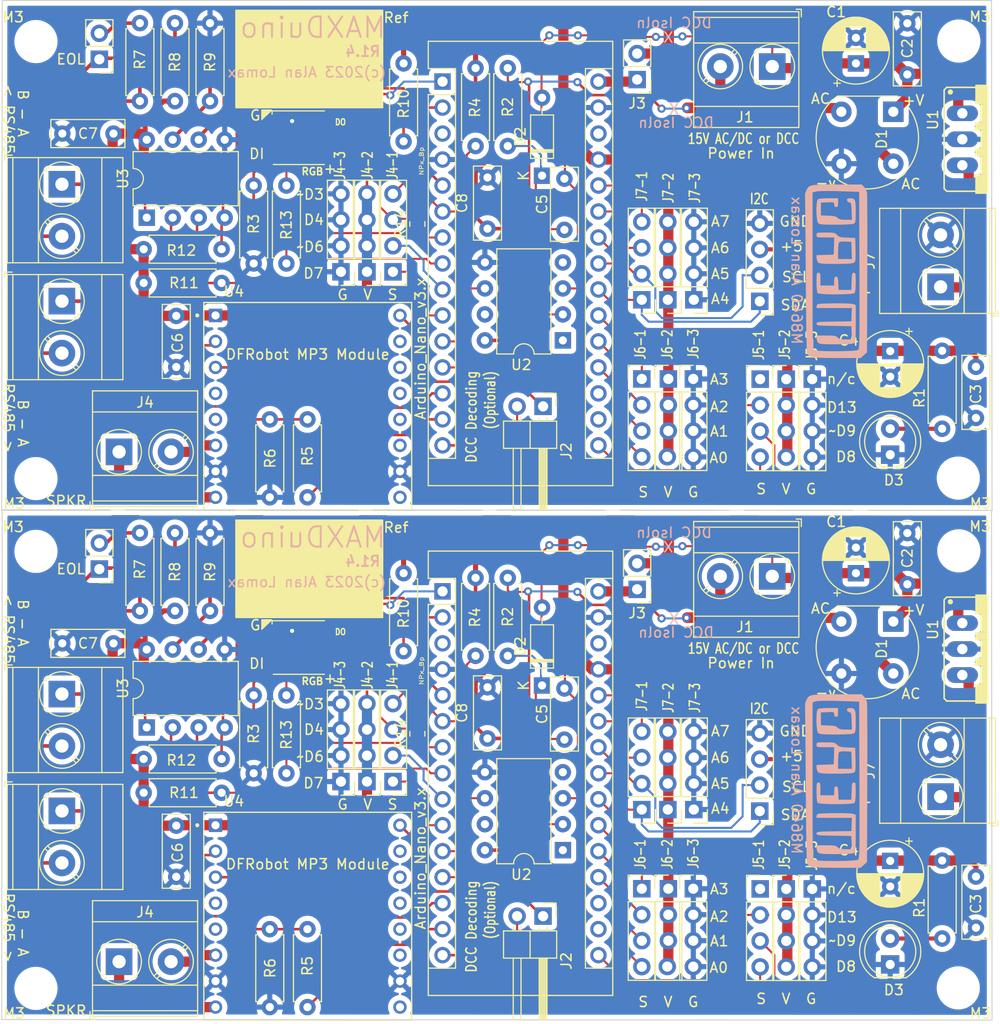
<source format=kicad_pcb>
(kicad_pcb (version 20211014) (generator pcbnew)
  (title_block (title "MaxDuino") (date "2023-09-25") (rev "1.4") (company "Arduino NANO PCB") (comment 1 "RS485 / MP3 / LED / Sensor / I2C / DCC"))
  (layers (0 "F.Cu" signal) (31 "B.Cu" signal) (34 "B.Paste" user) (35 "F.Paste" user) (36 "B.SilkS" user "B.Silkscreen") (37 "F.SilkS" user "F.Silkscreen") (38 "B.Mask" user) (39 "F.Mask" user) (44 "Edge.Cuts" user))
  (net 0 "")
  (net 1 "Board_0-+5V")
  (net 2 "Board_0-A0")
  (net 3 "Board_0-A1")
  (net 4 "Board_0-A2")
  (net 5 "Board_0-A3")
  (net 6 "Board_0-A4 {slash} I2C SDA")
  (net 7 "Board_0-A5 {slash} I2C SCL")
  (net 8 "Board_0-A6")
  (net 9 "Board_0-A7")
  (net 10 "Board_0-D0{slash}Rx")
  (net 11 "Board_0-D10")
  (net 12 "Board_0-D11")
  (net 13 "Board_0-D12")
  (net 14 "Board_0-D13")
  (net 15 "Board_0-D1{slash}Tx")
  (net 16 "Board_0-D2 DE")
  (net 17 "Board_0-D4")
  (net 18 "Board_0-D4-Hdr")
  (net 19 "Board_0-D5 RE")
  (net 20 "Board_0-D6-PWM")
  (net 21 "Board_0-D7")
  (net 22 "Board_0-D8")
  (net 23 "Board_0-D9-PWM")
  (net 24 "Board_0-DCC_Sig")
  (net 25 "Board_0-DCC_in1")
  (net 26 "Board_0-DCC_in2")
  (net 27 "Board_0-GND")
  (net 28 "Board_0-Net-(C5-Pad1)")
  (net 29 "Board_0-Net-(D3-Pad2)")
  (net 30 "Board_0-Net-(D4-Pad2)")
  (net 31 "Board_0-Net-(J4-Pad1)")
  (net 32 "Board_0-Net-(J4-Pad2)")
  (net 33 "Board_0-Net-(J5-Pad1)")
  (net 34 "Board_0-Net-(J5-Pad2)")
  (net 35 "Board_0-Net-(JR1-Pad2)")
  (net 36 "Board_0-Net-(R5-Pad2)")
  (net 37 "Board_0-VIN2")
  (net 38 "Board_0-Vin")
  (net 39 "Board_0-unconnected-(A1-Pad17)")
  (net 40 "Board_0-unconnected-(A1-Pad18)")
  (net 41 "Board_0-unconnected-(A1-Pad28)")
  (net 42 "Board_0-unconnected-(A1-Pad3)")
  (net 43 "Board_0-unconnected-(J5-1-Pad1)")
  (net 44 "Board_0-unconnected-(U2-Pad1)")
  (net 45 "Board_0-unconnected-(U2-Pad7)")
  (net 46 "Board_0-unconnected-(U4-Pad11)")
  (net 47 "Board_0-unconnected-(U4-Pad12)")
  (net 48 "Board_0-unconnected-(U4-Pad13)")
  (net 49 "Board_0-unconnected-(U4-Pad14)")
  (net 50 "Board_0-unconnected-(U4-Pad15)")
  (net 51 "Board_0-unconnected-(U4-Pad4)")
  (net 52 "Board_0-unconnected-(U4-Pad5)")
  (net 53 "Board_0-unconnected-(U4-Pad9)")
  (net 54 "Board_1-+5V")
  (net 55 "Board_1-A0")
  (net 56 "Board_1-A1")
  (net 57 "Board_1-A2")
  (net 58 "Board_1-A3")
  (net 59 "Board_1-A4 {slash} I2C SDA")
  (net 60 "Board_1-A5 {slash} I2C SCL")
  (net 61 "Board_1-A6")
  (net 62 "Board_1-A7")
  (net 63 "Board_1-D0{slash}Rx")
  (net 64 "Board_1-D10")
  (net 65 "Board_1-D11")
  (net 66 "Board_1-D12")
  (net 67 "Board_1-D13")
  (net 68 "Board_1-D1{slash}Tx")
  (net 69 "Board_1-D2 DE")
  (net 70 "Board_1-D4")
  (net 71 "Board_1-D4-Hdr")
  (net 72 "Board_1-D5 RE")
  (net 73 "Board_1-D6-PWM")
  (net 74 "Board_1-D7")
  (net 75 "Board_1-D8")
  (net 76 "Board_1-D9-PWM")
  (net 77 "Board_1-DCC_Sig")
  (net 78 "Board_1-DCC_in1")
  (net 79 "Board_1-DCC_in2")
  (net 80 "Board_1-GND")
  (net 81 "Board_1-Net-(C5-Pad1)")
  (net 82 "Board_1-Net-(D3-Pad2)")
  (net 83 "Board_1-Net-(D4-Pad2)")
  (net 84 "Board_1-Net-(J4-Pad1)")
  (net 85 "Board_1-Net-(J4-Pad2)")
  (net 86 "Board_1-Net-(J5-Pad1)")
  (net 87 "Board_1-Net-(J5-Pad2)")
  (net 88 "Board_1-Net-(JR1-Pad2)")
  (net 89 "Board_1-Net-(R5-Pad2)")
  (net 90 "Board_1-VIN2")
  (net 91 "Board_1-Vin")
  (net 92 "Board_1-unconnected-(A1-Pad17)")
  (net 93 "Board_1-unconnected-(A1-Pad18)")
  (net 94 "Board_1-unconnected-(A1-Pad28)")
  (net 95 "Board_1-unconnected-(A1-Pad3)")
  (net 96 "Board_1-unconnected-(J5-1-Pad1)")
  (net 97 "Board_1-unconnected-(U2-Pad1)")
  (net 98 "Board_1-unconnected-(U2-Pad7)")
  (net 99 "Board_1-unconnected-(U4-Pad11)")
  (net 100 "Board_1-unconnected-(U4-Pad12)")
  (net 101 "Board_1-unconnected-(U4-Pad13)")
  (net 102 "Board_1-unconnected-(U4-Pad14)")
  (net 103 "Board_1-unconnected-(U4-Pad15)")
  (net 104 "Board_1-unconnected-(U4-Pad4)")
  (net 105 "Board_1-unconnected-(U4-Pad5)")
  (net 106 "Board_1-unconnected-(U4-Pad9)")
  (footprint "Connector_PinHeader_2.54mm:PinHeader_1x04_P2.54mm_Vertical" (layer "F.Cu") (at 77.5832 44.2534 180)
    (fp_text reference "J7-1")
    (fp_text value "I/O" hide)
  )
  (footprint "Resistor_THT:R_Axial_DIN0207_L6.3mm_D2.5mm_P7.62mm_Horizontal" (layer "F.Cu") (at 44.8934 63.5674 90)
    (fp_text reference "R5")
    (fp_text value "680R" hide)
  )
  (footprint "Connector_PinHeader_2.54mm:PinHeader_1x02_P2.54mm_Vertical" (layer "F.Cu") (at 24.548 70.5828 180)
    (fp_text reference "JR1" hide)
    (fp_text value "EOL")
  )
  (footprint "Connector_PinHeader_2.54mm:PinHeader_1x04_P2.54mm_Vertical" (layer "F.Cu") (at 89.1492 101.8498)
    (fp_text reference "J5-1")
    (fp_text value "I/O" hide)
  )
  (footprint "Connector_PinHeader_2.54mm:PinHeader_1x04_P2.54mm_Vertical" (layer "F.Cu") (at 50.7108 41.5202 180)
    (fp_text reference "J4-2")
    (fp_text value "+5" hide)
  )
  (footprint "TerminalBlock_Phoenix:TerminalBlock_Phoenix_MKDS-3-2-5.08_1x02_P5.08mm_Horizontal" (layer "F.Cu") (at 90.334 21.4542 180)
    (fp_text reference "J1")
    (fp_text value "15V AC/DC or DCC")
  )
  (footprint "Package_DIP:DIP-8_W7.62mm" (layer "F.Cu") (at 29.1808 86.0618 90)
    (fp_text reference "U3")
    (fp_text value "MAX485E")
  )
  (footprint "LED_THT:LED_D5.0mm" (layer "F.Cu") (at 101.8656 109.2366 90)
    (fp_text reference "D3")
    (fp_text value "PWR")
  )
  (footprint "MountingHole:MountingHole_3.2mm_M3" (layer "F.Cu") (at 108.5204 111.5226)
    (fp_text reference "M3.2" hide)
    (fp_text value "M3")
  )
  (footprint "Resistor_THT:R_Axial_DIN0207_L6.3mm_D2.5mm_P7.62mm_Horizontal" (layer "F.Cu") (at 31.9394 74.6672 90)
    (fp_text reference "R8")
    (fp_text value "20K" hide)
  )
  (footprint "Package_DIP:DIP-8_W7.62mm" (layer "F.Cu") (at 29.1808 36.227 90)
    (fp_text reference "U3")
    (fp_text value "MAX485E")
  )
  (footprint "LED_SMD:LED_Inolux_IN-PI554FCH_PLCC4_5.0x5.0mm_P3.2mm" (layer "F.Cu") (at 44.0552 28.4138)
    (fp_text reference "D4")
    (fp_text value "Inolux_IN-PI554FCH")
  )
  (footprint "Connector_PinHeader_2.54mm:PinHeader_1x04_P2.54mm_Vertical" (layer "F.Cu") (at 94.2464 101.8498)
    (fp_text reference "J5-3")
    (fp_text value "GND" hide)
  )
  (footprint "Capacitor_THT:C_Disc_D7.0mm_W2.5mm_P5.00mm" (layer "F.Cu") (at 25.9304 77.8422 180)
    (fp_text reference "C7")
    (fp_text value "100nF" hide)
  )
  (footprint "Resistor_SMD:R_0805_2012Metric" (layer "F.Cu") (at 55.6376 86.6814 90)
    (fp_text reference "R14")
    (fp_text value "0R")
  )
  (footprint "Resistor_THT:R_Axial_DIN0207_L6.3mm_D2.5mm_P7.62mm_Horizontal" (layer "F.Cu") (at 42.836 40.7074 90)
    (fp_text reference "R13")
    (fp_text value "330R" hide)
  )
  (footprint "Capacitor_THT:CP_Radial_D6.3mm_P2.50mm" (layer "F.Cu") (at 98.5128 21.1494 90)
    (fp_text reference "C1")
    (fp_text value "220uF")
  )
  (footprint "TerminalBlock_Phoenix:TerminalBlock_Phoenix_MKDS-3-2-5.08_1x02_P5.08mm_Horizontal" (layer "F.Cu") (at 26.4784 59.1224)
    (fp_text reference "J4")
    (fp_text value "SPKR")
  )
  (footprint "Resistor_THT:R_Axial_DIN0207_L6.3mm_D2.5mm_P7.62mm_Horizontal" (layer "F.Cu") (at 61.3272 29.2266 90)
    (fp_text reference "R4")
    (fp_text value "470R" hide)
  )
  (footprint "Capacitor_THT:C_Disc_D7.0mm_W2.5mm_P5.00mm" (layer "F.Cu") (at 110.2476 100.6406 -90)
    (fp_text reference "C3")
    (fp_text value "100nF" hide)
  )
  (footprint "Diode_THT:D_DO-35_SOD27_P7.62mm_Horizontal" (layer "F.Cu") (at 67.8296 81.957 90)
    (fp_text reference "D2")
    (fp_text value "1N914")
  )
  (footprint "Package_DIP:DIP-8_W7.62mm" (layer "F.Cu") (at 69.8616 98.0606 180)
    (fp_text reference "U2")
    (fp_text value "6N137" hide)
  )
  (footprint "Resistor_THT:R_Axial_DIN0207_L6.3mm_D2.5mm_P7.62mm_Horizontal" (layer "F.Cu") (at 36.5014 92.4472 180)
    (fp_text reference "R11")
    (fp_text value "10K" hide)
  )
  (footprint "Connector_PinHeader_2.54mm:PinHeader_1x04_P2.54mm_Vertical" (layer "F.Cu") (at 77.5832 101.8298)
    (fp_text reference "J6-1")
    (fp_text value "I/O" hide)
  )
  (footprint "Diode_THT:D_DO-35_SOD27_P7.62mm_Horizontal" (layer "F.Cu") (at 67.8296 32.1222 90)
    (fp_text reference "D2")
    (fp_text value "1N914")
  )
  (footprint "Capacitor_THT:CP_Radial_D6.3mm_P2.50mm" (layer "F.Cu") (at 98.5128 70.9842 90)
    (fp_text reference "C1")
    (fp_text value "220uF")
  )
  (footprint "Resistor_THT:R_Axial_DIN0207_L6.3mm_D2.5mm_P7.62mm_Horizontal" (layer "F.Cu") (at 106.9456 99.0766 -90)
    (fp_text reference "R1")
    (fp_text value "6.8K")
  )
  (footprint "Resistor_THT:R_Axial_DIN0207_L6.3mm_D2.5mm_P7.62mm_Horizontal" (layer "F.Cu") (at 31.9394 24.8324 90)
    (fp_text reference "R8")
    (fp_text value "20K" hide)
  )
  (footprint "Resistor_THT:R_Axial_DIN0207_L6.3mm_D2.5mm_P7.62mm_Horizontal" (layer "F.Cu") (at 39.6356 40.7074 90)
    (fp_text reference "R3")
    (fp_text value "10K" hide)
  )
  (footprint "Resistor_THT:R_Axial_DIN0207_L6.3mm_D2.5mm_P7.62mm_Horizontal" (layer "F.Cu") (at 28.5104 17.2124 -90)
    (fp_text reference "R7")
    (fp_text value "120R" hide)
  )
  (footprint "TerminalBlock_Phoenix:TerminalBlock_Phoenix_MKDS-3-2-5.08_1x02_P5.08mm_Horizontal" (layer "F.Cu") (at 26.4784 108.9572)
    (fp_text reference "J4")
    (fp_text value "SPKR")
  )
  (footprint "Resistor_THT:R_Axial_DIN0207_L6.3mm_D2.5mm_P7.62mm_Horizontal" (layer "F.Cu") (at 41.2104 55.9474 -90)
    (fp_text reference "R6")
    (fp_text value "1K" hide)
  )
  (footprint "TerminalBlock_Phoenix:TerminalBlock_Phoenix_MKDS-3-2-5.08_1x02_P5.08mm_Horizontal" (layer "F.Cu") (at 106.7932 42.9934 90)
    (fp_text reference "J7")
    (fp_text value "5V DC")
  )
  (footprint "Resistor_THT:R_Axial_DIN0207_L6.3mm_D2.5mm_P7.62mm_Horizontal" (layer "F.Cu") (at 44.8934 113.4022 90)
    (fp_text reference "R5")
    (fp_text value "680R" hide)
  )
  (footprint "Connector_PinHeader_2.54mm:PinHeader_1x04_P2.54mm_Vertical" (layer "F.Cu") (at 53.2516 91.355 180)
    (fp_text reference "J4-1")
    (fp_text value "I/O" hide)
  )
  (footprint "MountingHole:MountingHole_3.2mm_M3" (layer "F.Cu") (at 18.3504 111.5734)
    (fp_text reference "M3.3" hide)
    (fp_text value "M3")
  )
  (footprint "TerminalBlock_Phoenix:TerminalBlock_Phoenix_MKDS-3-2-5.08_1x02_P5.08mm_Horizontal" (layer "F.Cu") (at 20.8904 44.3904 -90)
    (fp_text reference "J5" hide)
    (fp_text value "RS485 >")
  )
  (footprint "Connector_PinHeader_2.54mm:PinHeader_1x04_P2.54mm_Vertical" (layer "F.Cu") (at 89.1148 44.4058 180)
    (fp_text reference "J8" hide)
    (fp_text value "I2C")
  )
  (footprint "Connector_PinHeader_2.54mm:PinHeader_1x04_P2.54mm_Vertical" (layer "F.Cu") (at 91.7056 101.8498)
    (fp_text reference "J5-2")
    (fp_text value "+5" hide)
  )
  (footprint "Capacitor_THT:C_Disc_D7.0mm_W2.5mm_P5.00mm" (layer "F.Cu") (at 103.542 72.0618 90)
    (fp_text reference "C2")
    (fp_text value "100nF" hide)
  )
  (footprint "Connector_PinHeader_2.54mm:PinHeader_1x04_P2.54mm_Vertical" (layer "F.Cu") (at 48.17 41.5202 180)
    (fp_text reference "J4-3")
    (fp_text value "GND" hide)
  )
  (footprint "Connector_PinHeader_2.54mm:PinHeader_1x04_P2.54mm_Vertical" (layer "F.Cu") (at 80.124 94.0882 180)
    (fp_text reference "J7-2")
    (fp_text value "+5" hide)
  )
  (footprint "Resistor_THT:R_Axial_DIN0207_L6.3mm_D2.5mm_P7.62mm_Horizontal" (layer "F.Cu") (at 61.3272 79.0614 90)
    (fp_text reference "R4")
    (fp_text value "470R" hide)
  )
  (footprint "Resistor_THT:R_Axial_DIN0207_L6.3mm_D2.5mm_P7.62mm_Horizontal" (layer "F.Cu") (at 42.836 90.5422 90)
    (fp_text reference "R13")
    (fp_text value "330R" hide)
  )
  (footprint "Capacitor_THT:C_Disc_D7.0mm_W2.5mm_P5.00mm" (layer "F.Cu") (at 62.4956 87.1386 90)
    (fp_text reference "C8")
    (fp_text value "100nF")
  )
  (footprint "Resistor_THT:R_Axial_DIN0207_L6.3mm_D2.5mm_P7.62mm_Horizontal" (layer "F.Cu") (at 54.2914 28.7694 90)
    (fp_text reference "R10")
    (fp_text value "10K" hide)
  )
  (footprint "Connector_PinHeader_2.54mm:PinHeader_1x04_P2.54mm_Vertical" (layer "F.Cu") (at 77.5832 51.995)
    (fp_text reference "J6-1")
    (fp_text value "I/O" hide)
  )
  (footprint "Connector_PinHeader_2.54mm:PinHeader_1x04_P2.54mm_Vertical" (layer "F.Cu") (at 89.1492 52.015)
    (fp_text reference "J5-1")
    (fp_text value "I/O" hide)
  )
  (footprint "TerminalBlock_Phoenix:TerminalBlock_Phoenix_MKDS-3-2-5.08_1x02_P5.08mm_Horizontal" (layer "F.Cu") (at 20.8904 94.2252 -90)
    (fp_text reference "J5" hide)
    (fp_text value "RS485 >")
  )
  (footprint "Connector_PinHeader_2.54mm:PinHeader_1x02_P2.54mm_Horizontal" (layer "F.Cu") (at 67.9312 104.5122 -90)
    (fp_text reference "J2")
    (fp_text value "DCC Signal")
  )
  (footprint "Connector_PinHeader_2.54mm:PinHeader_1x04_P2.54mm_Vertical" (layer "F.Cu") (at 80.124 44.2534 180)
    (fp_text reference "J7-2")
    (fp_text value "+5" hide)
  )
  (footprint "Resistor_THT:R_Axial_DIN0207_L6.3mm_D2.5mm_P7.62mm_Horizontal" (layer "F.Cu") (at 54.2914 78.6042 90)
    (fp_text reference "R10")
    (fp_text value "10K" hide)
  )
  (footprint "Resistor_THT:R_Axial_DIN0207_L6.3mm_D2.5mm_P7.62mm_Horizontal" (layer "F.Cu") (at 35.3684 24.8324 90)
    (fp_text reference "R9")
    (fp_text value "20K" hide)
  )
  (footprint "Capacitor_THT:C_Disc_D7.0mm_W2.5mm_P5.00mm" (layer "F.Cu") (at 25.9304 28.0074 180)
    (fp_text reference "C7")
    (fp_text value "100nF" hide)
  )
  (footprint "Capacitor_THT:C_Disc_D7.0mm_W2.5mm_P5.00mm" (layer "F.Cu") (at 110.2476 50.8058 -90)
    (fp_text reference "C3")
    (fp_text value "100nF" hide)
  )
  (footprint "Connector_PinHeader_2.54mm:PinHeader_1x04_P2.54mm_Vertical" (layer "F.Cu") (at 77.5832 94.0882 180)
    (fp_text reference "J7-1")
    (fp_text value "I/O" hide)
  )
  (footprint "Resistor_THT:R_Axial_DIN0207_L6.3mm_D2.5mm_P7.62mm_Horizontal" (layer "F.Cu") (at 64.4768 71.4414 -90)
    (fp_text reference "R2")
    (fp_text value "2K2" hide)
  )
  (footprint "DFRobot:MODULE_DFR0299" (layer "F.Cu") (at 44.9219 104.5122)
    (fp_text reference "U4")
    (fp_text value "DFRobot MP3")
  )
  (footprint "MountingHole:MountingHole_3.2mm_M3" (layer "F.Cu") (at 18.3504 68.8506)
    (fp_text reference "M3.4" hide)
    (fp_text value "M3")
  )
  (footprint "Capacitor_THT:C_Disc_D7.0mm_W2.5mm_P5.00mm" (layer "F.Cu") (at 70.014 87.251 90)
    (fp_text reference "C5")
    (fp_text value ".001uF" hide)
  )
  (footprint "Connector_PinHeader_2.54mm:PinHeader_1x04_P2.54mm_Vertical" (layer "F.Cu") (at 80.1744 51.995)
    (fp_text reference "J6-2")
    (fp_text value "+5" hide)
  )
  (footprint "Connector_PinHeader_2.54mm:PinHeader_1x04_P2.54mm_Vertical" (layer "F.Cu") (at 48.17 91.355 180)
    (fp_text reference "J4-3")
    (fp_text value "GND" hide)
  )
  (footprint "Resistor_SMD:R_0805_2012Metric" (layer "F.Cu") (at 55.6376 36.8466 90)
    (fp_text reference "R14")
    (fp_text value "0R")
  )
  (footprint "Resistor_THT:R_Axial_DIN0207_L6.3mm_D2.5mm_P7.62mm_Horizontal" (layer "F.Cu") (at 106.9456 49.2418 -90)
    (fp_text reference "R1")
    (fp_text value "6.8K")
  )
  (footprint "Capacitor_THT:C_Disc_D7.0mm_W2.5mm_P5.00mm" (layer "F.Cu") (at 103.542 22.227 90)
    (fp_text reference "C2")
    (fp_text value "100nF" hide)
  )
  (footprint "TerminalBlock_Phoenix:TerminalBlock_Phoenix_MKDS-3-2-5.08_1x02_P5.08mm_Horizontal" (layer "F.Cu") (at 20.8904 82.7952 -90)
    (fp_text reference "J6" hide)
    (fp_text value "< RS485")
  )
  (footprint "MountingHole:MountingHole_3.2mm_M3" (layer "F.Cu") (at 18.3504 61.7386)
    (fp_text reference "M3.3" hide)
    (fp_text value "M3")
  )
  (footprint "Capacitor_THT:C_Disc_D7.0mm_W2.5mm_P5.00mm" (layer "F.Cu") (at 70.014 37.4162 90)
    (fp_text reference "C5")
    (fp_text value ".001uF" hide)
  )
  (footprint "MountingHole:MountingHole_3.2mm_M3" (layer "F.Cu") (at 108.5712 18.965)
    (fp_text reference "M3.1" hide)
    (fp_text value "M3")
  )
  (footprint "TerminalBlock_Phoenix:TerminalBlock_Phoenix_MKDS-3-2-5.08_1x02_P5.08mm_Horizontal" (layer "F.Cu") (at 106.7932 92.8282 90)
    (fp_text reference "J7")
    (fp_text value "5V DC")
  )
  (footprint "Connector_PinHeader_2.54mm:PinHeader_1x04_P2.54mm_Vertical" (layer "F.Cu") (at 53.2516 41.5202 180)
    (fp_text reference "J4-1")
    (fp_text value "I/O" hide)
  )
  (footprint "Connector_PinHeader_2.54mm:PinHeader_1x04_P2.54mm_Vertical" (layer "F.Cu") (at 50.7108 91.355 180)
    (fp_text reference "J4-2")
    (fp_text value "+5" hide)
  )
  (footprint "Capacitor_THT:CP_Radial_D6.3mm_P2.50mm" (layer "F.Cu") (at 101.8656 49.278621 -90)
    (fp_text reference "C4")
    (fp_text value "220uF")
  )
  (footprint "Resistor_THT:R_Axial_DIN0207_L6.3mm_D2.5mm_P7.62mm_Horizontal" (layer "F.Cu") (at 39.6356 90.5422 90)
    (fp_text reference "R3")
    (fp_text value "10K" hide)
  )
  (footprint "Connector_PinHeader_2.54mm:PinHeader_1x04_P2.54mm_Vertical" (layer "F.Cu") (at 80.1744 101.8298)
    (fp_text reference "J6-2")
    (fp_text value "+5" hide)
  )
  (footprint "L7805:78XXS" (layer "F.Cu") (at 111.4561 28.56709 -90)
    (fp_text reference "U1")
    (fp_text value "L7805")
  )
  (footprint "Connector_PinHeader_2.54mm:PinHeader_1x04_P2.54mm_Vertical" (layer "F.Cu") (at 82.6632 44.2534 180)
    (fp_text reference "J7-3")
    (fp_text value "GND" hide)
  )
  (footprint "Connector_PinHeader_2.54mm:PinHeader_1x02_P2.54mm_Horizontal" (layer "F.Cu") (at 67.9312 54.6774 -90)
    (fp_text reference "J2")
    (fp_text value "DCC Signal")
  )
  (footprint "Capacitor_THT:C_Disc_D7.0mm_W2.5mm_P5.00mm" (layer "F.Cu") (at 32.0664 95.6622 -90)
    (fp_text reference "C6")
    (fp_text value "100nF" hide)
  )
  (footprint "LED_SMD:LED_Inolux_IN-PI554FCH_PLCC4_5.0x5.0mm_P3.2mm" (layer "F.Cu") (at 44.0552 78.2486)
    (fp_text reference "D4")
    (fp_text value "Inolux_IN-PI554FCH")
  )
  (footprint "Module:Arduino_Nano" (layer "F.Cu") (at 58.1014 22.9274)
    (fp_text reference "A1" hide)
    (fp_text value "Arduino_Nano_v3.x")
  )
  (footprint "Connector_PinHeader_2.54mm:PinHeader_1x04_P2.54mm_Vertical" (layer "F.Cu") (at 82.6144 51.995)
    (fp_text reference "J6-3")
    (fp_text value "GND" hide)
  )
  (footprint "Diode_THT:Diode_Bridge_Round_D9.8mm" (layer "F.Cu") (at 102.1704 75.7086 -90)
    (fp_text reference "D1")
    (fp_text value "B40C1500G" hide)
  )
  (footprint "Diode_THT:Diode_Bridge_Round_D9.8mm" (layer "F.Cu") (at 102.1704 25.8738 -90)
    (fp_text reference "D1")
    (fp_text value "B40C1500G" hide)
  )
  (footprint "Capacitor_THT:CP_Radial_D6.3mm_P2.50mm" (layer "F.Cu") (at 101.8656 99.113421 -90)
    (fp_text reference "C4")
    (fp_text value "220uF")
  )
  (footprint "MountingHole:MountingHole_3.2mm_M3" (layer "F.Cu") (at 108.5712 68.7998)
    (fp_text reference "M3.1" hide)
    (fp_text value "M3")
  )
  (footprint "Connector_PinHeader_2.54mm:PinHeader_1x02_P2.54mm_Vertical" (layer "F.Cu") (at 77.126 72.559 180)
    (fp_text reference "J3")
    (fp_text value "Vin_EN")
  )
  (footprint "Resistor_THT:R_Axial_DIN0207_L6.3mm_D2.5mm_P7.62mm_Horizontal" (layer "F.Cu") (at 28.5104 67.0472 -90)
    (fp_text reference "R7")
    (fp_text value "120R" hide)
  )
  (footprint "Resistor_THT:R_Axial_DIN0207_L6.3mm_D2.5mm_P7.62mm_Horizontal" (layer "F.Cu") (at 36.5014 89.1452 180)
    (fp_text reference "R12")
    (fp_text value "10K" hide)
  )
  (footprint "Module:Arduino_Nano" (layer "F.Cu") (at 58.1014 72.7622)
    (fp_text reference "A1" hide)
    (fp_text value "Arduino_Nano_v3.x")
  )
  (footprint "L7805:78XXS" (layer "F.Cu") (at 111.4561 78.40189 -90)
    (fp_text reference "U1")
    (fp_text value "L7805")
  )
  (footprint "Connector_PinHeader_2.54mm:PinHeader_1x02_P2.54mm_Vertical" (layer "F.Cu") (at 24.548 20.748 180)
    (fp_text reference "JR1" hide)
    (fp_text value "EOL")
  )
  (footprint "Resistor_THT:R_Axial_DIN0207_L6.3mm_D2.5mm_P7.62mm_Horizontal" (layer "F.Cu") (at 36.5014 42.6124 180)
    (fp_text reference "R11")
    (fp_text value "10K" hide)
  )
  (footprint "MountingHole:MountingHole_3.2mm_M3" (layer "F.Cu") (at 18.3504 19.0158)
    (fp_text reference "M3.4" hide)
    (fp_text value "M3")
  )
  (footprint "TerminalBlock_Phoenix:TerminalBlock_Phoenix_MKDS-3-2-5.08_1x02_P5.08mm_Horizontal" (layer "F.Cu") (at 90.334 71.289 180)
    (fp_text reference "J1")
    (fp_text value "15V AC/DC or DCC")
  )
  (footprint "TerminalBlock_Phoenix:TerminalBlock_Phoenix_MKDS-3-2-5.08_1x02_P5.08mm_Horizontal" (layer "F.Cu") (at 20.8904 32.9604 -90)
    (fp_text reference "J6" hide)
    (fp_text value "< RS485")
  )
  (footprint "Connector_PinHeader_2.54mm:PinHeader_1x02_P2.54mm_Vertical" (layer "F.Cu") (at 77.126 22.7242 180)
    (fp_text reference "J3")
    (fp_text value "Vin_EN")
  )
  (footprint "Connector_PinHeader_2.54mm:PinHeader_1x04_P2.54mm_Vertical" (layer "F.Cu") (at 94.2464 52.015)
    (fp_text reference "J5-3")
    (fp_text value "GND" hide)
  )
  (footprint "DFRobot:MODULE_DFR0299" (layer "F.Cu") (at 44.9219 54.6774)
    (fp_text reference "U4")
    (fp_text value "DFRobot MP3")
  )
  (footprint "Connector_PinHeader_2.54mm:PinHeader_1x04_P2.54mm_Vertical" (layer "F.Cu") (at 82.6632 94.0882 180)
    (fp_text reference "J7-3")
    (fp_text value "GND" hide)
  )
  (footprint "Connector_PinHeader_2.54mm:PinHeader_1x04_P2.54mm_Vertical" (layer "F.Cu") (at 89.1148 94.2406 180)
    (fp_text reference "J8" hide)
    (fp_text value "I2C")
  )
  (footprint "Resistor_THT:R_Axial_DIN0207_L6.3mm_D2.5mm_P7.62mm_Horizontal" (layer "F.Cu") (at 64.4768 21.6066 -90)
    (fp_text reference "R2")
    (fp_text value "2K2" hide)
  )
  (footprint "LED_THT:LED_D5.0mm" (layer "F.Cu") (at 101.8656 59.4018 90)
    (fp_text reference "D3")
    (fp_text value "PWR")
  )
  (footprint "Resistor_THT:R_Axial_DIN0207_L6.3mm_D2.5mm_P7.62mm_Horizontal" (layer "F.Cu") (at 36.5014 39.3104 180)
    (fp_text reference "R12")
    (fp_text value "10K" hide)
  )
  (footprint "Package_DIP:DIP-8_W7.62mm" (layer "F.Cu") (at 69.8616 48.2258 180)
    (fp_text reference "U2")
    (fp_text value "6N137" hide)
  )
  (footprint "Connector_PinHeader_2.54mm:PinHeader_1x04_P2.54mm_Vertical" (layer "F.Cu") (at 82.6144 101.8298)
    (fp_text reference "J6-3")
    (fp_text value "GND" hide)
  )
  (footprint "Resistor_THT:R_Axial_DIN0207_L6.3mm_D2.5mm_P7.62mm_Horizontal" (layer "F.Cu") (at 35.3684 74.6672 90)
    (fp_text reference "R9")
    (fp_text value "20K" hide)
  )
  (footprint "Capacitor_THT:C_Disc_D7.0mm_W2.5mm_P5.00mm" (layer "F.Cu") (at 32.0664 45.8274 -90)
    (fp_text reference "C6")
    (fp_text value "100nF" hide)
  )
  (footprint "Resistor_THT:R_Axial_DIN0207_L6.3mm_D2.5mm_P7.62mm_Horizontal" (layer "F.Cu") (at 41.2104 105.7822 -90)
    (fp_text reference "R6")
    (fp_text value "1K" hide)
  )
  (footprint "Capacitor_THT:C_Disc_D7.0mm_W2.5mm_P5.00mm" (layer "F.Cu") (at 62.4956 37.3038 90)
    (fp_text reference "C8")
    (fp_text value "100nF")
  )
  (footprint "MountingHole:MountingHole_3.2mm_M3" (layer "F.Cu") (at 108.5204 61.6878)
    (fp_text reference "M3.2" hide)
    (fp_text value "M3")
  )
  (footprint "Connector_PinHeader_2.54mm:PinHeader_1x04_P2.54mm_Vertical" (layer "F.Cu") (at 91.7056 52.015)
    (fp_text reference "J5-2")
    (fp_text value "+5" hide)
  )
  (footprint "LOGO" (layer "B.Cu") (at 96.674486 41.421476 90)
    (fp_text reference "G***" hide)
    (fp_text value "LOGO" hide)
  )
  (footprint "LOGO" (layer "B.Cu") (at 96.674486 91.256276 90)
    (fp_text reference "G***" hide)
    (fp_text value "LOGO" hide)
  )
  (gr_poly (pts (xy 40.4484 26.585) (xy 40.4484 25.7214) (xy 41.3628 25.7214)) (layer "F.SilkS") (width 0.15) (fill solid))
  (gr_poly (pts (xy 40.4484 76.4198) (xy 40.4484 75.5562) (xy 41.3628 75.5562)) (layer "F.SilkS") (width 0.15) (fill solid))
  (gr_rect (start 37.9084 15.9678) (end 52.234 25.4674) (layer "F.SilkS") (width 0.15) (fill solid))
  (gr_rect (start 37.9084 65.8026) (end 52.234 75.3022) (layer "F.SilkS") (width 0.15) (fill solid))
  (gr_line (start 98.2175 64.832975) (end 98.2175 64.84) (layer "Edge.Cuts") (width 0.1))
  (gr_line (start 101.2175 64.834524) (end 99.7175 64.83375) (layer "Edge.Cuts") (width 0.1))
  (gr_line (start 49.8075 64.807975) (end 49.8075 64.84) (layer "Edge.Cuts") (width 0.1))
  (gr_line (start 89.115 64.84) (end 89.115 64.828274) (layer "Edge.Cuts") (width 0.1))
  (gr_line (start 63.41 64.815) (end 74.0125 64.820475) (layer "Edge.Cuts") (width 0.1))
  (gr_line (start 25.6025 64.84) (end 15.05 64.84) (layer "Edge.Cuts") (width 0.1))
  (gr_line (start 87.615 64.8275) (end 98.2175 64.832975) (layer "Edge.Cuts") (width 0.1))
  (gr_line (start 40.705 64.84) (end 40.705 64.803274) (layer "Edge.Cuts") (width 0.1))
  (gr_line (start 52.8075 64.809524) (end 51.3075 64.80875) (layer "Edge.Cuts") (width 0.1))
  (gr_line (start 75.5125 64.82125) (end 86.115 64.826725) (layer "Edge.Cuts") (width 0.1))
  (gr_line (start 101.2175 64.84) (end 101.2175 64.834524) (layer "Edge.Cuts") (width 0.1))
  (gr_line (start 40.705 64.803274) (end 39.205 64.8025) (layer "Edge.Cuts") (width 0.1))
  (gr_line (start 52.8075 64.84) (end 52.8075 64.809524) (layer "Edge.Cuts") (width 0.1))
  (gr_line (start 89.115 64.828274) (end 87.615 64.8275) (layer "Edge.Cuts") (width 0.1))
  (gr_line (start 51.3075 64.80875) (end 61.91 64.814225) (layer "Edge.Cuts") (width 0.1))
  (gr_line (start 25.6025 64.795475) (end 25.6025 64.84) (layer "Edge.Cuts") (width 0.1))
  (gr_line (start 111.9264 64.84) (end 14.9492 64.79) (layer "Edge.Cuts") (width 0.05))
  (gr_line (start 39.205 64.8025) (end 49.8075 64.807975) (layer "Edge.Cuts") (width 0.1))
  (gr_line (start 64.91 64.815774) (end 63.41 64.815) (layer "Edge.Cuts") (width 0.1))
  (gr_line (start 28.6025 64.84) (end 28.6025 64.797024) (layer "Edge.Cuts") (width 0.1))
  (gr_line (start 86.115 64.84) (end 77.0125 64.84) (layer "Edge.Cuts") (width 0.1))
  (gr_line (start 77.0125 64.822024) (end 75.5125 64.82125) (layer "Edge.Cuts") (width 0.1))
  (gr_line (start 99.7175 64.83375) (end 111.82 64.84) (layer "Edge.Cuts") (width 0.1))
  (gr_line (start 111.77 64.84) (end 101.2175 64.84) (layer "Edge.Cuts") (width 0.1))
  (gr_line (start 37.705 64.801725) (end 37.705 64.84) (layer "Edge.Cuts") (width 0.1))
  (gr_line (start 98.2175 64.84) (end 89.115 64.84) (layer "Edge.Cuts") (width 0.1))
  (gr_line (start 15.05 15) (end 15 64.79) (layer "Edge.Cuts") (width 0.1))
  (gr_line (start 111.82 114.67) (end 111.77 64.84) (layer "Edge.Cuts") (width 0.1))
  (gr_line (start 27.1025 64.79625) (end 37.705 64.801725) (layer "Edge.Cuts") (width 0.1))
  (gr_line (start 111.82 64.84) (end 111.77 15) (layer "Edge.Cuts") (width 0.1))
  (gr_line (start 77.0125 64.84) (end 77.0125 64.822024) (layer "Edge.Cuts") (width 0.1))
  (gr_line (start 37.705 64.84) (end 28.6025 64.84) (layer "Edge.Cuts") (width 0.1))
  (gr_line (start 61.91 64.814225) (end 61.91 64.84) (layer "Edge.Cuts") (width 0.1))
  (gr_line (start 86.115 64.826725) (end 86.115 64.84) (layer "Edge.Cuts") (width 0.1))
  (gr_line (start 74.0125 64.820475) (end 74.0125 64.84) (layer "Edge.Cuts") (width 0.1))
  (gr_line (start 15.05 64.84) (end 15 114.62) (layer "Edge.Cuts") (width 0.1))
  (gr_line (start 15 114.62) (end 111.82 114.67) (layer "Edge.Cuts") (width 0.1))
  (gr_line (start 49.8075 64.84) (end 40.705 64.84) (layer "Edge.Cuts") (width 0.1))
  (gr_line (start 64.91 64.84) (end 64.91 64.815774) (layer "Edge.Cuts") (width 0.1))
  (gr_line (start 15 64.79) (end 25.6025 64.795475) (layer "Edge.Cuts") (width 0.1))
  (gr_line (start 111.77 15) (end 15.05 15) (layer "Edge.Cuts") (width 0.1))
  (gr_line (start 28.6025 64.797024) (end 27.1025 64.79625) (layer "Edge.Cuts") (width 0.1))
  (gr_line (start 74.0125 64.84) (end 64.91 64.84) (layer "Edge.Cuts") (width 0.1))
  (gr_line (start 61.91 64.84) (end 52.8075 64.84) (layer "Edge.Cuts") (width 0.1))
  (gr_text "M8640 Alan Lomax " (at 92.7216 90.847 270) (layer "B.SilkS") (effects (font (size 1 1)) (justify mirror)))
  (gr_text "M8640 Alan Lomax " (at 92.7216 41.0122 270) (layer "B.SilkS") (effects (font (size 1 1)) (justify mirror)))
  (gr_text "DCC Isoln" (at 80.936 26.9406) (layer "B.SilkS") (effects (font (size 1 1)) (justify mirror)))
  (gr_text "DCC Isoln" (at 80.936 76.7754) (layer "B.SilkS") (effects (font (size 1 1)) (justify mirror)))
  (gr_text "X" (at 80.7328 25.6198) (layer "B.SilkS") (effects (font (size 1 1)) (justify mirror)))
  (gr_text "X" (at 80.7328 75.4546) (layer "B.SilkS") (effects (font (size 1 1)) (justify mirror)))
  (gr_text "(c)2023 Alan Lomax " (at 44.4616 22.013) (layer "B.SilkS") (effects (font (size 1 1)) (justify mirror)))
  (gr_text "(c)2023 Alan Lomax " (at 44.4616 71.8478) (layer "B.SilkS") (effects (font (size 1 1)) (justify mirror)))
  (gr_text "MAXDuino" (at 45.4268 17.6442) (layer "B.SilkS") (effects (font (size 2 2) (thickness 0.2)) (justify mirror)))
  (gr_text "MAXDuino" (at 45.4268 67.479) (layer "B.SilkS") (effects (font (size 2 2) (thickness 0.2)) (justify mirror)))
  (gr_text "R1.4" (at 50.3036 69.8158) (layer "B.SilkS") (effects (font (size 1 1) (thickness 0.2)) (justify mirror)))
  (gr_text "R1.4" (at 50.3036 19.981) (layer "B.SilkS") (effects (font (size 1 1) (thickness 0.2)) (justify mirror)))
  (gr_text "X" (at 80.174 18.6094) (layer "B.SilkS") (effects (font (size 1 1)) (justify mirror)))
  (gr_text "X" (at 80.174 68.4442) (layer "B.SilkS") (effects (font (size 1 1)) (justify mirror)))
  (gr_text "DCC Isoln" (at 80.7328 67.0218) (layer "B.SilkS") (effects (font (size 1 1)) (justify mirror)))
  (gr_text "DCC Isoln" (at 80.7328 17.187) (layer "B.SilkS") (effects (font (size 1 1)) (justify mirror)))
  (gr_text "S  V  G" (at 80.174 63.0594) (layer "F.SilkS") (effects (font (size 1 1))))
  (gr_text "S  V  G" (at 80.174 112.8942) (layer "F.SilkS") (effects (font (size 1 1))))
  (gr_text "A5" (at 85.254 41.7234) (layer "F.SilkS") (effects (font (size 1 1))))
  (gr_text "A5" (at 85.254 91.5582) (layer "F.SilkS") (effects (font (size 1 1))))
  (gr_text "A0" (at 85.1016 59.7066) (layer "F.SilkS") (effects (font (size 1 1))))
  (gr_text "A0" (at 85.1016 109.5414) (layer "F.SilkS") (effects (font (size 1 1))))
  (gr_text "B - A" (at 17.0804 75.861 270) (layer "F.SilkS") (effects (font (size 1 1))))
  (gr_text "B - A" (at 17.0804 26.0262 270) (layer "F.SilkS") (effects (font (size 1 1))))
  (gr_text "+V" (at 104.1516 24.7562) (layer "F.SilkS") (effects (font (size 1 1))))
  (gr_text "+V" (at 104.1516 74.591) (layer "F.SilkS") (effects (font (size 1 1))))
  (gr_text "n/c" (at 97.0904 51.985) (layer "F.SilkS") (effects (font (size 1 1))))
  (gr_text "n/c" (at 97.0904 101.8198) (layer "F.SilkS") (effects (font (size 1 1))))
  (gr_text "G" (at 39.788 76.0642) (layer "F.SilkS") (effects (font (size 1 1))))
  (gr_text "G" (at 39.788 26.2294) (layer "F.SilkS") (effects (font (size 1 1))))
  (gr_text "DI" (at 39.9404 29.9886) (layer "F.SilkS") (effects (font (size 1 1))))
  (gr_text "DI" (at 39.9404 79.8234) (layer "F.SilkS") (effects (font (size 1 1))))
  (gr_text "AC" (at 103.8976 32.935) (layer "F.SilkS") (effects (font (size 1 1))))
  (gr_text "AC" (at 103.8976 82.7698) (layer "F.SilkS") (effects (font (size 1 1))))
  (gr_text "DO" (at 48.1192 76.7246) (layer "F.SilkS") (effects (font (size 0.6 0.5) (thickness 0.125))))
  (gr_text "DO" (at 48.1192 26.8898) (layer "F.SilkS") (effects (font (size 0.6 0.5) (thickness 0.125))))
  (gr_text "~D3" (at 45.1728 33.951) (layer "F.SilkS") (effects (font (size 1 1))))
  (gr_text "~D3" (at 45.1728 83.7858) (layer "F.SilkS") (effects (font (size 1 1))))
  (gr_text "DCC Decoding" (at 60.9208 105.5282 90) (layer "F.SilkS") (effects (font (size 1 0.85))))
  (gr_text "DCC Decoding" (at 60.9208 55.6934 90) (layer "F.SilkS") (effects (font (size 1 0.85))))
  (gr_text "AC" (at 95.0584 74.4386) (layer "F.SilkS") (effects (font (size 1 1))))
  (gr_text "AC" (at 95.0584 24.6038) (layer "F.SilkS") (effects (font (size 1 1))))
  (gr_text "RGB" (at 45.376 31.7158) (layer "F.SilkS") (effects (font (size 0.7 0.7))))
  (gr_text "RGB" (at 45.376 81.5506) (layer "F.SilkS") (effects (font (size 0.7 0.7))))
  (gr_text "Ref" (at 53.5548 66.5138) (layer "F.SilkS") (effects (font (size 1 1))))
  (gr_text "Ref" (at 53.5548 16.679) (layer "F.SilkS") (effects (font (size 1 1))))
  (gr_text "A4" (at 85.254 93.9966) (layer "F.SilkS") (effects (font (size 1 1))))
  (gr_text "A4" (at 85.254 44.1618) (layer "F.SilkS") (effects (font (size 1 1))))
  (gr_text "G  V  S" (at 50.7608 93.5902) (layer "F.SilkS") (effects (font (size 1 1))))
  (gr_text "G  V  S" (at 50.7608 43.7554) (layer "F.SilkS") (effects (font (size 1 1))))
  (gr_text "A7" (at 85.254 86.4274) (layer "F.SilkS") (effects (font (size 1 1))))
  (gr_text "A7" (at 85.254 36.5926) (layer "F.SilkS") (effects (font (size 1 1))))
  (gr_text "~D9" (at 97.192 106.8998) (layer "F.SilkS") (effects (font (size 1 1))))
  (gr_text "~D9" (at 97.192 57.065) (layer "F.SilkS") (effects (font (size 1 1))))
  (gr_text "NPx_Bp" (at 56.044 30.6998 90) (layer "F.SilkS") (effects (font (size 0.4 0.5) (thickness 0.075))))
  (gr_text "NPx_Bp" (at 56.044 80.5346 90) (layer "F.SilkS") (effects (font (size 0.4 0.5) (thickness 0.075))))
  (gr_text "A6" (at 85.254 89.0182) (layer "F.SilkS") (effects (font (size 1 1))))
  (gr_text "A6" (at 85.254 39.1834) (layer "F.SilkS") (effects (font (size 1 1))))
  (gr_text "(Optional)" (at 62.7496 103.9026 90) (layer "F.SilkS") (effects (font (size 1 0.75))))
  (gr_text "(Optional)" (at 62.7496 54.0678 90) (layer "F.SilkS") (effects (font (size 1 0.75))))
  (gr_text "+" (at 47.1032 81.2458) (layer "F.SilkS") (effects (font (size 1 1))))
  (gr_text "+" (at 47.1032 31.411) (layer "F.SilkS") (effects (font (size 1 1))))
  (gr_text "D7" (at 45.4776 41.6726) (layer "F.SilkS") (effects (font (size 1 1))))
  (gr_text "D7" (at 45.4776 91.5074) (layer "F.SilkS") (effects (font (size 1 1))))
  (gr_text "A2" (at 85.1524 54.7282) (layer "F.SilkS") (effects (font (size 1 1))))
  (gr_text "A2" (at 85.1524 104.563) (layer "F.SilkS") (effects (font (size 1 1))))
  (gr_text "+5" (at 92.2136 39.031) (layer "F.SilkS") (effects (font (size 1 1))))
  (gr_text "+5" (at 92.2136 88.8658) (layer "F.SilkS") (effects (font (size 1 1))))
  (gr_text "-" (at 99.4272 36.3894 90) (layer "F.SilkS") (effects (font (size 1 1))))
  (gr_text "-" (at 99.4272 86.2242 90) (layer "F.SilkS") (effects (font (size 1 1))))
  (gr_text "SCL" (at 92.6708 42.0282) (layer "F.SilkS") (effects (font (size 1 1))))
  (gr_text "SCL" (at 92.6708 91.863) (layer "F.SilkS") (effects (font (size 1 1))))
  (gr_text "D13" (at 97.1412 104.6138) (layer "F.SilkS") (effects (font (size 1 1))))
  (gr_text "D13" (at 97.1412 54.779) (layer "F.SilkS") (effects (font (size 1 1))))
  (gr_text "SDA" (at 92.5692 44.7714) (layer "F.SilkS") (effects (font (size 1 1))))
  (gr_text "SDA" (at 92.5692 94.6062) (layer "F.SilkS") (effects (font (size 1 1))))
  (gr_text "A3" (at 85.1524 52.0358) (layer "F.SilkS") (effects (font (size 1 1))))
  (gr_text "A3" (at 85.1524 101.8706) (layer "F.SilkS") (effects (font (size 1 1))))
  (gr_text "S  V  G" (at 91.7056 62.7546) (layer "F.SilkS") (effects (font (size 1 1))))
  (gr_text "S  V  G" (at 91.7056 112.5894) (layer "F.SilkS") (effects (font (size 1 1))))
  (gr_text "+" (at 99.3764 43.5522 90) (layer "F.SilkS") (effects (font (size 1 1))))
  (gr_text "+" (at 99.3764 93.387 90) (layer "F.SilkS") (effects (font (size 1 1))))
  (gr_text "-v" (at 95.5664 82.6682) (layer "F.SilkS") (effects (font (size 1 1))))
  (gr_text "-v" (at 95.5664 32.8334) (layer "F.SilkS") (effects (font (size 1 1))))
  (gr_text "D4" (at 45.5284 86.275) (layer "F.SilkS") (effects (font (size 1 1))))
  (gr_text "D4" (at 45.5284 36.4402) (layer "F.SilkS") (effects (font (size 1 1))))
  (gr_text "GND" (at 92.5692 86.4274) (layer "F.SilkS") (effects (font (size 1 1))))
  (gr_text "GND" (at 92.5692 36.5926) (layer "F.SilkS") (effects (font (size 1 1))))
  (gr_text "A1" (at 85.1524 106.9506) (layer "F.SilkS") (effects (font (size 1 1))))
  (gr_text "A1" (at 85.1524 57.1158) (layer "F.SilkS") (effects (font (size 1 1))))
  (gr_text "D8" (at 97.5476 59.605) (layer "F.SilkS") (effects (font (size 1 1))))
  (gr_text "D8" (at 97.5476 109.4398) (layer "F.SilkS") (effects (font (size 1 1))))
  (gr_text "B - A" (at 17.0804 56.3284 270) (layer "F.SilkS") (effects (font (size 1 1))))
  (gr_text "B - A" (at 17.0804 106.1632 270) (layer "F.SilkS") (effects (font (size 1 1))))
  (gr_text "Power In" (at 87.286 79.7726) (layer "F.SilkS") (effects (font (size 1 1))))
  (gr_text "Power In" (at 87.286 29.9378) (layer "F.SilkS") (effects (font (size 1 1))))
  (gr_text "~D6" (at 45.1728 39.0818) (layer "F.SilkS") (effects (font (size 1 1))))
  (gr_text "~D6" (at 45.1728 88.9166) (layer "F.SilkS") (effects (font (size 1 1))))
  (segment (start 25.8434 38.9294) (end 25.8434 28.0944) (width 1) (layer "F.Cu") (net 1))
  (segment (start 54.266 16.933) (end 69.6584 16.933) (width 1) (layer "F.Cu") (net 1))
  (segment (start 73.3414 30.5474) (end 77.3292 30.5474) (width 1) (layer "F.Cu") (net 1))
  (segment (start 28.8814 42.6124) (end 28.8814 45.7012) (width 1) (layer "F.Cu") (net 1))
  (segment (start 28.8814 45.7012) (end 29.0076 45.8274) (width 1) (layer "F.Cu") (net 1))
  (segment (start 109.5364 49.2418) (end 109.5364 31.72739) (width 1) (layer "F.Cu") (net 1))
  (segment (start 80.174 33.3922) (end 80.174 59.4526) (width 1) (layer "F.Cu") (net 1))
  (segment (start 77.3292 30.5474) (end 80.174 33.3922) (width 1) (layer "F.Cu") (net 1))
  (segment (start 69.9124 16.933) (end 69.8616 16.8822) (width 1) (layer "F.Cu") (net 1))
  (segment (start 109.5364 31.72739) (end 108.9161 31.10709) (width 1) (layer "F.Cu") (net 1))
  (segment (start 72.7064 30.5474) (end 69.9124 27.7534) (width 1) (layer "F.Cu") (net 1))
  (segment (start 65.0356 46.8034) (end 63.6132 48.2258) (width 0.35) (layer "F.Cu") (net 1))
  (segment (start 50.3288 30.0138) (end 46.5052 30.0138) (width 0.25) (layer "F.Cu") (net 1))
  (segment (start 49.1352 45.7874) (end 50.7108 44.2118) (width 1) (layer "F.Cu") (net 1))
  (segment (start 38.3656 25.315) (end 40.9564 22.7242) (width 1) (layer "F.Cu") (net 1))
  (segment (start 31.9394 24.8324) (end 30.8218 24.8324) (width 0.5) (layer "F.Cu") (net 1))
  (segment (start 40.9564 22.7242) (end 51.8276 22.7242) (width 1) (layer "F.Cu") (net 1))
  (segment (start 28.8814 42.6124) (end 28.8814 39.3104) (width 1) (layer "F.Cu") (net 1))
  (segment (start 62.4956 37.3038) (end 61.372089 36.180289) (width 0.35) (layer "F.Cu") (net 1))
  (segment (start 32.1064 45.7874) (end 35.9049 45.7874) (width 1) (layer "F.Cu") (net 1))
  (segment (start 90.6288 39.3258) (end 90.598 39.3258) (width 0.4) (layer "F.Cu") (net 1))
  (segment (start 62.902 25.0102) (end 62.2416 24.3498) (width 0.35) (layer "F.Cu") (net 1))
  (segment (start 97.6492 49.2418) (end 109.5364 49.2418) (width 1) (layer "F.Cu") (net 1))
  (segment (start 110.2476 49.8006) (end 109.6888 49.2418) (width 0.5) (layer "F.Cu") (net 1))
  (segment (start 65.0356 37.4054) (end 65.0356 46.8034) (width 0.35) (layer "F.Cu") (net 1))
  (segment (start 61.3272 24.3498) (end 61.3272 21.6066) (width 0.35) (layer "F.Cu") (net 1))
  (segment (start 28.8814 39.3104) (end 26.2244 39.3104) (width 1) (layer "F.Cu") (net 1))
  (segment (start 108.3172 49.2926) (end 108.0124 49.2926) (width 1) (layer "F.Cu") (net 1))
  (segment (start 91.0452 48.6322) (end 91.0452 39.7422) (width 0.4) (layer "F.Cu") (net 1))
  (segment (start 37.4258 30.6744) (end 38.3656 29.7346) (width 1) (layer "F.Cu") (net 1))
  (segment (start 38.3656 29.7346) (end 38.3656 25.315) (width 1) (layer "F.Cu") (net 1))
  (segment (start 61.372089 31.772511) (end 62.902 30.2426) (width 0.35) (layer "F.Cu") (net 1))
  (segment (start 26.2244 39.3104) (end 25.8434 38.9294) (width 1) (layer "F.Cu") (net 1))
  (segment (start 63.6132 48.2258) (end 62.2416 48.2258) (width 0.35) (layer "F.Cu") (net 1))
  (segment (start 90.9436 48.7338) (end 91.0452 48.6322) (width 0.4) (layer "F.Cu") (net 1))
  (segment (start 61.3272 21.6066) (end 61.3272 16.8822) (width 0.5) (layer "F.Cu") (net 1))
  (segment (start 109.4348 43.0442) (end 106.4884 43.0442) (width 1) (layer "F.Cu") (net 1))
  (segment (start 29.0184 26.6358) (end 29.0184 27.7534) (width 0.5) (layer "F.Cu") (net 1))
  (segment (start 64.934 37.3038) (end 65.0356 37.4054) (width 0.35) (layer "F.Cu") (net 1))
  (segment (start 51.8276 17.5426) (end 52.4372 16.933) (width 1) (layer "F.Cu") (net 1))
  (segment (start 28.5104 28.0074) (end 29.0184 28.5154) (width 1) (layer "F.Cu") (net 1))
  (segment (start 25.9304 28.0074) (end 28.5104 28.0074) (width 1) (layer "F.Cu") (net 1))
  (segment (start 50.7108 33.9002) (end 50.7108 30.3958) (width 0.25) (layer "F.Cu") (net 1))
  (segment (start 54.2914 21.1494) (end 54.2914 16.9584) (width 0.5) (layer "F.Cu") (net 1))
  (segment (start 28.8914 30.6744) (end 37.4258 30.6744) (width 1) (layer "F.Cu") (net 1))
  (segment (start 30.8218 24.8324) (end 29.0184 26.6358) (width 0.5) (layer "F.Cu") (net 1))
  (segment (start 62.2416 24.3498) (end 61.3272 24.3498) (width 0.35) (layer "F.Cu") (net 1))
  (segment (start 91.0452 39.7422) (end 90.6288 39.3258) (width 0.4) (layer "F.Cu") (net 1))
  (segment (start 50.7108 30.3958) (end 50.3288 30.0138) (width 0.25) (layer "F.Cu") (net 1))
  (segment (start 69.6584 16.933) (end 69.7092 16.9838) (width 1) (layer "F.Cu") (net 1))
  (segment (start 90.598 39.3258) (end 89.1148 39.3258) (width 0.4) (layer "F.Cu") (net 1))
  (segment (start 69.9124 27.7534) (end 69.9124 16.933) (width 1) (layer "F.Cu") (net 1))
  (segment (start 54.2914 16.9584) (end 54.266 16.933) (width 0.2) (layer "F.Cu") (net 1))
  (segment (start 108.2664 49.2418) (end 81.0884 49.2418) (width 1) (layer "F.Cu") (net 1))
  (segment (start 91.8072 49.2926) (end 91.7056 49.191) (width 1) (layer "F.Cu") (net 1))
  (segment (start 29.0076 45.8274) (end 32.0664 45.8274) (width 1) (layer "F.Cu") (net 1))
  (segment (start 62.4956 37.3038) (end 64.934 37.3038) (width 0.35) (layer "F.Cu") (net 1))
  (segment (start 110.2476 50.8058) (end 110.2476 49.8006) (width 0.5) (layer "F.Cu") (net 1))
  (segment (start 61.372089 36.180289) (end 61.372089 31.772511) (width 0.35) (layer "F.Cu") (net 1))
  (segment (start 91.8072 59.615) (end 91.8072 49.2926) (width 1) (layer "F.Cu") (net 1))
  (segment (start 35.9049 45.7874) (end 49.1352 45.7874) (width 1) (layer "F.Cu") (net 1))
  (segment (start 50.7108 44.2118) (end 50.7108 41.5202) (width 1) (layer "F.Cu") (net 1))
  (segment (start 28.8914 28.6424) (end 28.8914 30.6744) (width 1) (layer "F.Cu") (net 1))
  (segment (start 108.3172 49.2926) (end 108.2664 49.2418) (width 1) (layer "F.Cu") (net 1))
  (segment (start 73.1636 30.5474) (end 72.7064 30.5474) (width 1) (layer "F.Cu") (net 1))
  (segment (start 62.902 30.2426) (end 62.902 25.0102) (width 0.35) (layer "F.Cu") (net 1))
  (segment (start 91.2792 40.007) (end 90.598 39.3258) (width 0.2) (layer "F.Cu") (net 1))
  (segment (start 52.4372 16.933) (end 54.266 16.933) (width 1) (layer "F.Cu") (net 1))
  (segment (start 51.8276 22.7242) (end 51.8276 17.5426) (width 1) (layer "F.Cu") (net 1))
  (segment (start 50.7108 33.9002) (end 50.7108 41.5202) (width 1) (layer "B.Cu") (net 1))
  (segment (start 73.3414 50.8674) (end 75.41296 52.93896) (width 0.2) (layer "F.Cu") (net 2))
  (segment (start 75.41296 57.44476) (end 77.5832 59.615) (width 0.2) (layer "F.Cu") (net 2))
  (segment (start 75.41296 52.93896) (end 75.41296 57.44476) (width 0.2) (layer "F.Cu") (net 2))
  (segment (start 73.3414 48.3274) (end 75.76148 50.74748) (width 0.2) (layer "F.Cu") (net 3))
  (segment (start 75.76148 50.74748) (end 75.76148 55.25328) (width 0.2) (layer "F.Cu") (net 3))
  (segment (start 75.76148 55.25328) (end 77.5832 57.075) (width 0.2) (layer "F.Cu") (net 3))
  (segment (start 76.11 53.3566) (end 76.4048 53.3566) (width 0.2) (layer "F.Cu") (net 4))
  (segment (start 76.4048 53.3566) (end 77.5832 54.535) (width 0.2) (layer "F.Cu") (net 4))
  (segment (start 76.11 48.556) (end 76.11 53.3566) (width 0.2) (layer "F.Cu") (net 4))
  (segment (start 73.3414 45.7874) (end 76.11 48.556) (width 0.2) (layer "F.Cu") (net 4))
  (segment (start 73.3414 43.2474) (end 77.5832 47.4892) (width 0.2) (layer "F.Cu") (net 5))
  (segment (start 77.5832 47.4892) (end 77.5832 51.995) (width 0.2) (layer "F.Cu") (net 5))
  (segment (start 74.6876 40.7074) (end 75.8052 41.825) (width 0.2) (layer "F.Cu") (net 6))
  (segment (start 76.2624 44.2634) (end 77.5832 44.2634) (width 0.2) (layer "F.Cu") (net 6))
  (segment (start 75.8052 43.8062) (end 76.2624 44.2634) (width 0.2) (layer "F.Cu") (net 6))
  (segment (start 75.8052 41.825) (end 75.8052 43.8062) (width 0.2) (layer "F.Cu") (net 6))
  (segment (start 73.3414 40.7074) (end 74.6876 40.7074) (width 0.2) (layer "F.Cu") (net 6))
  (segment (start 77.5832 44.2634) (end 77.5832 45.7366) (width 0.2) (layer "B.Cu") (net 6))
  (segment (start 78.2436 46.397) (end 88.2512 46.397) (width 0.2) (layer "B.Cu") (net 6))
  (segment (start 88.2512 46.397) (end 89.1148 45.5334) (width 0.2) (layer "B.Cu") (net 6))
  (segment (start 77.5832 45.7366) (end 78.2436 46.397) (width 0.2) (layer "B.Cu") (net 6))
  (segment (start 89.1148 45.5334) (end 89.1148 44.4058) (width 0.2) (layer "B.Cu") (net 6))
  (segment (start 73.3414 38.1674) (end 76.8974 41.7234) (width 0.2) (layer "F.Cu") (net 7))
  (segment (start 87.4384 44.9238) (end 86.31372 46.04848) (width 0.2) (layer "B.Cu") (net 7))
  (segment (start 79.57148 46.04848) (end 78.904 45.381) (width 0.2) (layer "B.Cu") (net 7))
  (segment (start 78.904 45.381) (end 78.904 43.0442) (width 0.2) (layer "B.Cu") (net 7))
  (segment (start 86.31372 46.04848) (end 79.57148 46.04848) (width 0.2) (layer "B.Cu") (net 7))
  (segment (start 87.4792 41.8658) (end 87.4384 41.825) (width 0.2) (layer "B.Cu") (net 7))
  (segment (start 78.904 43.0442) (end 77.5832 41.7234) (width 0.2) (layer "B.Cu") (net 7))
  (segment (start 87.4384 41.825) (end 87.4384 44.9238) (width 0.2) (layer "B.Cu") (net 7))
  (segment (start 89.1148 41.8658) (end 87.4792 41.8658) (width 0.2) (layer "B.Cu") (net 7))
  (segment (start 74.7384 35.6274) (end 75.2972 36.1862) (width 0.2) (layer "F.Cu") (net 8))
  (segment (start 75.2972 36.1862) (end 75.2972 38.1674) (width 0.2) (layer "F.Cu") (net 8))
  (segment (start 73.3414 35.6274) (end 74.7384 35.6274) (width 0.2) (layer "F.Cu") (net 8))
  (segment (start 75.2972 38.1674) (end 76.3132 39.1834) (width 0.2) (layer "F.Cu") (net 8))
  (segment (start 76.3132 39.1834) (end 77.5832 39.1834) (width 0.2) (layer "F.Cu") (net 8))
  (segment (start 77.5832 36.6434) (end 77.5832 34.6622) (width 0.2) (layer "F.Cu") (net 9))
  (segment (start 77.5832 34.6622) (end 76.0084 33.0874) (width 0.2) (layer "F.Cu") (net 9))
  (segment (start 76.0084 33.0874) (end 73.3414 33.0874) (width 0.2) (layer "F.Cu") (net 9))
  (segment (start 54.266 23.5878) (end 41.4644 23.5878) (width 0.25) (layer "F.Cu") (net 10))
  (segment (start 54.2914 23.6132) (end 54.266 23.5878) (width 0.25) (layer "F.Cu") (net 10))
  (segment (start 54.2914 25.4674) (end 54.2914 23.6132) (width 0.25) (layer "F.Cu") (net 10))
  (segment (start 41.4644 23.5878) (end 39.34232 25.70988) (width 0.25) (layer "F.Cu") (net 10))
  (segment (start 39.34232 25.70988) (end 39.34232 30.715402) (width 0.25) (layer "F.Cu") (net 10))
  (segment (start 58.1014 25.4674) (end 54.2914 25.4674) (width 0.25) (layer "F.Cu") (net 10))
  (segment (start 39.34232 30.715402) (end 35.852722 34.205) (width 0.25) (layer "F.Cu") (net 10))
  (segment (start 29.5772 34.205) (end 29.0184 34.7638) (width 0.25) (layer "F.Cu") (net 10))
  (segment (start 35.852722 34.205) (end 29.5772 34.205) (width 0.25) (layer "F.Cu") (net 10))
  (segment (start 54.2914 25.4674) (end 54.2914 28.7694) (width 0.25) (layer "F.Cu") (net 10))
  (segment (start 29.0184 34.7638) (end 29.0184 36.1354) (width 0.25) (layer "F.Cu") (net 10))
  (segment (start 47.140889 54.8044) (end 55.6884 54.8044) (width 0.25) (layer "F.Cu") (net 11))
  (segment (start 55.6884 54.8044) (end 57.0854 53.4074) (width 0.25) (layer "F.Cu") (net 11))
  (segment (start 35.9049 50.8674) (end 43.203889 50.8674) (width 0.25) (layer "F.Cu") (net 11))
  (segment (start 43.203889 50.8674) (end 47.140889 54.8044) (width 0.25) (layer "F.Cu") (net 11))
  (segment (start 57.0854 53.4074) (end 58.1014 53.4074) (width 0.25) (layer "F.Cu") (net 11))
  (segment (start 50.9894 57.4714) (end 55.1804 57.4714) (width 0.25) (layer "F.Cu") (net 12))
  (segment (start 56.7044 55.9474) (end 58.1014 55.9474) (width 0.25) (layer "F.Cu") (net 12))
  (segment (start 44.8934 63.5674) (end 50.9894 57.4714) (width 0.25) (layer "F.Cu") (net 12))
  (segment (start 55.1804 57.4714) (end 56.7044 55.9474) (width 0.25) (layer "F.Cu") (net 12))
  (segment (start 59.3714 52.2644) (end 59.7524 52.6454) (width 0.25) (layer "F.Cu") (net 13))
  (segment (start 56.1964 48.0449) (end 56.1964 51.2484) (width 0.25) (layer "F.Cu") (net 13))
  (segment (start 57.0854 52.2644) (end 59.3714 52.2644) (width 0.25) (layer "F.Cu") (net 13))
  (segment (start 59.3714 58.4874) (end 58.1014 58.4874) (width 0.25) (layer "F.Cu") (net 13))
  (segment (start 56.1964 51.3754) (end 57.0854 52.2644) (width 0.25) (layer "F.Cu") (net 13))
  (segment (start 53.9389 45.7874) (end 56.1964 48.0449) (width 0.25) (layer "F.Cu") (net 13))
  (segment (start 59.7524 52.6454) (end 59.7524 58.1064) (width 0.25) (layer "F.Cu") (net 13))
  (segment (start 59.7524 58.1064) (end 59.3714 58.4874) (width 0.25) (layer "F.Cu") (net 13))
  (segment (start 87.5908 54.555) (end 89.962 54.555) (width 0.2) (layer "F.Cu") (net 14))
  (segment (start 75.7798 60.9258) (end 87.3368 60.9258) (width 0.2) (layer "F.Cu") (net 14))
  (segment (start 73.3414 58.4874) (end 75.7798 60.9258) (width 0.2) (layer "F.Cu") (net 14))
  (segment (start 87.5908 60.6718) (end 87.5908 54.555) (width 0.2) (layer "F.Cu") (net 14))
  (segment (start 87.3368 60.9258) (end 87.5908 60.6718) (width 0.2) (layer "F.Cu") (net 14))
  (segment (start 52.996 24.2613) (end 52.8813 24.1466) (width 0.25) (layer "F.Cu") (net 15))
  (segment (start 39.788 31.0046) (end 36.6384 34.1542) (width 0.25) (layer "F.Cu") (net 15))
  (segment (start 39.788 25.827792) (end 39.788 31.0046) (width 0.25) (layer "F.Cu") (net 15))
  (segment (start 41.469192 24.1466) (end 39.788 25.827792) (width 0.25) (layer "F.Cu") (net 15))
  (segment (start 36.6384 34.1542) (end 36.6384 36.1354) (width 0.25) (layer "F.Cu") (net 15))
  (segment (start 52.8813 24.1466) (end 41.469192 24.1466) (width 0.25) (layer "F.Cu") (net 15))
  (segment (start 36.5014 39.3104) (end 36.5014 36.2724) (width 0.25) (layer "F.Cu") (net 15))
  (via (at 52.996 24.2613) (size 0.8) (drill 0.4) (layers "F.Cu" "B.Cu") (net 15))
  (segment (start 52.996 24.2613) (end 54.3299 22.9274) (width 0.2) (layer "B.Cu") (net 15))
  (segment (start 54.3299 22.9274) (end 58.1014 22.9274) (width 0.2) (layer "B.Cu") (net 15))
  (segment (start 35.3176 40.8598) (end 37.4004 40.8598) (width 0.25) (layer "F.Cu") (net 16))
  (segment (start 52.2848 28.871) (end 54.5708 31.157) (width 0.25) (layer "F.Cu") (net 16))
  (segment (start 51.6752 24.807) (end 52.2848 25.4166) (width 0.25) (layer "F.Cu") (net 16))
  (segment (start 38.2132 40.047) (end 38.2132 37.253) (width 0.25) (layer "F.Cu") (net 16))
  (segment (start 39.6356 35.8306) (end 39.6356 31.8682) (width 0.25) (layer "F.Cu") (net 16))
  (segment (start 56.171 31.157) (end 58.1014 33.0874) (width 0.25) (layer "F.Cu") (net 16))
  (segment (start 34.0984 36.1354) (end 34.0984 39.6406) (width 0.25) (layer "F.Cu") (net 16))
  (segment (start 40.18652 31.31728) (end 40.18652 25.992864) (width 0.25) (layer "F.Cu") (net 16))
  (segment (start 54.5708 31.157) (end 56.171 31.157) (width 0.25) (layer "F.Cu") (net 16))
  (segment (start 34.0984 39.6406) (end 35.3176 40.8598) (width 0.25) (layer "F.Cu") (net 16))
  (segment (start 38.2132 37.253) (end 39.6356 35.8306) (width 0.25) (layer "F.Cu") (net 16))
  (segment (start 37.4004 40.8598) (end 38.2132 40.047) (width 0.25) (layer "F.Cu") (net 16))
  (segment (start 40.18652 25.992864) (end 41.372384 24.807) (width 0.25) (layer "F.Cu") (net 16))
  (segment (start 41.372384 24.807) (end 51.6752 24.807) (width 0.25) (layer "F.Cu") (net 16))
  (segment (start 52.2848 25.4166) (end 52.2848 28.871) (width 0.25) (layer "F.Cu") (net 16))
  (segment (start 39.6356 31.8682) (end 40.18652 31.31728) (width 0.25) (layer "F.Cu") (net 16))
  (segment (start 42.836 39.031) (end 42.836 40.4534) (width 0.2) (layer "F.Cu") (net 17))
  (segment (start 44.128179 37.738821) (end 42.836 39.031) (width 0.2) (layer "F.Cu") (net 17))
  (segment (start 56.0459 38.1674) (end 58.1014 38.1674) (width 0.2) (layer "F.Cu") (net 17))
  (segment (start 55.869421 37.738821) (end 44.128179 37.738821) (width 0.2) (layer "F.Cu") (net 17))
  (segment (start 51.98 35.1686) (end 53.2516 36.4402) (width 0.2) (layer "F.Cu") (net 18))
  (segment (start 53.3532 36.3386) (end 55.2331 36.3386) (width 0.2) (layer "F.Cu") (net 18))
  (segment (start 51.98 30.141) (end 51.98 35.1686) (width 0.2) (layer "F.Cu") (net 18))
  (segment (start 48.6528 26.8138) (end 51.98 30.141) (width 0.2) (layer "F.Cu") (net 18))
  (segment (start 46.5052 26.8138) (end 48.6528 26.8138) (width 0.2) (layer "F.Cu") (net 18))
  (segment (start 43.6234 42.6124) (end 36.5014 42.6124) (width 0.2) (layer "F.Cu") (net 19))
  (segment (start 45.9856 40.2502) (end 43.6234 42.6124) (width 0.2) (layer "F.Cu") (net 19))
  (segment (start 33.3872 42.6378) (end 33.4126 42.6124) (width 0.2) (layer "F.Cu") (net 19))
  (segment (start 58.1014 40.7074) (end 56.9584 40.7074) (width 0.2) (layer "F.Cu") (net 19))
  (segment (start 33.4126 42.6124) (end 36.5014 42.6124) (width 0.25) (layer "F.Cu") (net 19))
  (segment (start 56.5012 40.2502) (end 45.9856 40.2502) (width 0.2) (layer "F.Cu") (net 19))
  (segment (start 31.5584 36.1354) (end 31.5584 40.809) (width 0.25) (layer "F.Cu") (net 19))
  (segment (start 31.5584 40.809) (end 33.3872 42.6378) (width 0.25) (layer "F.Cu") (net 19))
  (segment (start 56.9584 40.7074) (end 56.5012 40.2502) (width 0.2) (layer "F.Cu") (net 19))
  (segment (start 54.8248 38.9802) (end 56.2472 40.4026) (width 0.2) (layer "B.Cu") (net 20))
  (segment (start 53.2516 38.9802) (end 54.8248 38.9802) (width 0.2) (layer "B.Cu") (net 20))
  (segment (start 56.2472 41.3932) (end 58.1014 43.2474) (width 0.2) (layer "B.Cu") (net 20))
  (segment (start 56.2472 40.4026) (end 56.2472 41.3932) (width 0.2) (layer "B.Cu") (net 20))
  (segment (start 53.8342 41.5202) (end 54.7232 41.5202) (width 0.2) (layer "F.Cu") (net 21))
  (segment (start 56.044 45.0762) (end 56.7552 45.7874) (width 0.2) (layer "F.Cu") (net 21))
  (segment (start 54.7232 41.5202) (end 56.044 42.841) (width 0.2) (layer "F.Cu") (net 21))
  (segment (start 56.7552 45.7874) (end 58.1014 45.7874) (width 0.2) (layer "F.Cu") (net 21))
  (segment (start 56.044 42.841) (end 56.044 45.0762) (width 0.2) (layer "F.Cu") (net 21))
  (segment (start 58.1014 48.3274) (end 60.7684 48.3274) (width 0.2) (layer "F.Cu") (net 22))
  (segment (start 60.7684 61.383) (end 88.81 61.383) (width 0.2) (layer "F.Cu") (net 22))
  (segment (start 60.7684 48.3274) (end 60.7684 61.383) (width 0.2) (layer "F.Cu") (net 22))
  (segment (start 89.1492 61.0438) (end 89.1492 59.635) (width 0.2) (layer "F.Cu") (net 22))
  (segment (start 88.81 61.383) (end 89.1492 61.0438) (width 0.2) (layer "F.Cu") (net 22))
  (segment (start 60.3112 61.7386) (end 60.3112 51.4262) (width 0.2) (layer "F.Cu") (net 23))
  (segment (start 59.7524 50.8674) (end 58.1014 50.8674) (width 0.2) (layer "F.Cu") (net 23))
  (segment (start 89.1492 57.095) (end 90.5372 58.483) (width 0.2) (layer "F.Cu") (net 23))
  (segment (start 90.5372 58.483) (end 90.5372 61.7386) (width 0.2) (layer "F.Cu") (net 23))
  (segment (start 60.3112 51.4262) (end 59.7524 50.8674) (width 0.2) (layer "F.Cu") (net 23))
  (segment (start 90.5372 61.7386) (end 60.3112 61.7386) (width 0.2) (layer "F.Cu") (net 23))
  (segment (start 60.4128 35.6274) (end 60.4636 35.5766) (width 0.2) (layer "F.Cu") (net 24))
  (segment (start 57.2124 34.4082) (end 57.2378 34.3828) (width 0.2) (layer "F.Cu") (net 24))
  (segment (start 60.0064 40.7074) (end 60.4636 40.2502) (width 0.2) (layer "F.Cu") (net 24))
  (segment (start 54.2676 32.8842) (end 55.7392 32.8842) (width 0.2) (layer "F.Cu") (net 24))
  (segment (start 58.1014 35.6274) (end 57.2378 34.7638) (width 0.2) (layer "F.Cu") (net 24))
  (segment (start 62.2416 43.1458) (end 60.2604 43.1458) (width 0.2) (layer "F.Cu") (net 24))
  (segment (start 57.2124 34.7638) (end 57.2124 34.4082) (width 0.2) (layer "F.Cu") (net 24))
  (segment (start 57.2378 34.7638) (end 57.2124 34.7638) (width 0.2) (layer "F.Cu") (net 24))
  (segment (start 60.2604 43.1458) (end 60.0064 42.8918) (width 0.2) (layer "F.Cu") (net 24))
  (segment (start 60.4636 30.0902) (end 61.3272 29.2266) (width 0.2) (layer "F.Cu") (net 24))
  (segment (start 60.0064 42.8918) (end 60.0064 40.7074) (width 0.2) (layer "F.Cu") (net 24))
  (segment (start 60.4636 35.5766) (end 60.4636 30.0902) (width 0.2) (layer "F.Cu") (net 24))
  (segment (start 60.4636 40.2502) (end 60.4636 35.5766) (width 0.2) (layer "F.Cu") (net 24))
  (segment (start 58.1014 35.6274) (end 60.4128 35.6274) (width 0.2) (layer "F.Cu") (net 24))
  (segment (start 53.2516 33.9002) (end 54.2676 32.8842) (width 0.2) (layer "F.Cu") (net 24))
  (segment (start 55.7392 32.8842) (end 57.2378 34.3828) (width 0.2) (layer "F.Cu") (net 24))
  (segment (start 78.9548 18.5586) (end 75.2972 18.5586) (width 0.2) (layer "F.Cu") (net 25))
  (segment (start 90.334 19.473) (end 90.334 21.4542) (width 0.2) (layer "F.Cu") (net 25))
  (segment (start 95.6172 23.3338) (end 98.3096 23.3338) (width 1) (layer "F.Cu") (net 25))
  (segment (start 93.8948 21.6114) (end 95.6172 23.3338) (width 1) (layer "F.Cu") (net 25))
  (segment (start 99.5796 24.6038) (end 99.5796 28.363) (width 1) (layer "F.Cu") (net 25))
  (segment (start 65.3912 54.779) (end 65.3912 56.0998) (width 0.2) (layer "F.Cu") (net 25))
  (segment (start 67.7788 19.1682) (end 67.7788 27.3978) (width 0.2) (layer "F.Cu") (net 25))
  (segment (start 90.3848 19.4222) (end 90.334 19.473) (width 0.2) (layer "F.Cu") (net 25))
  (segment (start 90.4912 21.6114) (end 93.8948 21.6114) (width 1) (layer "F.Cu") (net 25))
  (segment (start 89.4704 18.5078) (end 90.3848 19.4222) (width 0.2) (layer "F.Cu") (net 25))
  (segment (start 71.3348 43.1458) (end 69.8616 43.1458) (width 0.2) (layer "F.Cu") (net 25))
  (segment (start 65.6452 56.3538) (end 71.03 56.3538) (width 0.2) (layer "F.Cu") (net 25))
  (segment (start 67.7788 27.3978) (end 70.0648 29.6838) (width 0.2) (layer "F.Cu") (net 25))
  (segment (start 71.03 56.3538) (end 71.284 56.0998) (width 0.2) (layer "F.Cu") (net 25))
  (segment (start 70.0648 32.467) (end 71.3348 33.737) (width 0.2) (layer "F.Cu") (net 25))
  (segment (start 70.0648 29.6838) (end 70.0648 32.467) (width 0.2) (layer "F.Cu") (net 25))
  (segment (start 99.5796 28.363) (end 102.1704 30.9538) (width 1) (layer "F.Cu") (net 25))
  (segment (start 75.1448 18.4062) (end 71.792 18.4062) (width 0.2) (layer "F.Cu") (net 25))
  (segment (start 75.2972 18.5586) (end 75.1448 18.4062) (width 0.2) (layer "F.Cu") (net 25))
  (segment (start 65.3912 56.0998) (end 65.6452 56.3538) (width 0.2) (layer "F.Cu") (net 25))
  (segment (start 98.3096 23.3338) (end 99.5796 24.6038) (width 1) (layer "F.Cu") (net 25))
  (segment (start 71.3348 33.737) (end 71.3348 43.1458) (width 0.2) (layer "F.Cu") (net 25))
  (segment (start 71.284 56.0998) (end 71.284 43.1458) (width 0.2) (layer "F.Cu") (net 25))
  (segment (start 68.5408 18.4062) (end 67.7788 19.1682) (width 0.2) (layer "F.Cu") (net 25))
  (segment (start 81.5456 18.5078) (end 89.4704 18.5078) (width 0.2) (layer "F.Cu") (net 25))
  (via (at 68.5408 18.4062) (size 0.8) (drill 0.4) (layers "F.Cu" "B.Cu") (net 25))
  (via (at 71.3348 18.4062) (size 0.8) (drill 0.4) (layers "F.Cu" "B.Cu") (net 25))
  (via (at 81.5456 18.5078) (size 0.8) (drill 0.4) (layers "F.Cu" "B.Cu") (net 25))
  (via (at 78.9548 18.5586) (size 0.8) (drill 0.4) (layers "F.Cu" "B.Cu") (net 25))
  (segment (start 78.9548 18.5586) (end 81.4948 18.5586) (width 0.2) (layer "B.Cu") (net 25))
  (segment (start 68.6932 18.4062) (end 71.2332 18.4062) (width 0.2) (layer "B.Cu") (net 25))
  (segment (start 64.4768 21.6066) (end 64.4768 22.8258) (width 0.2) (layer "F.Cu") (net 26))
  (segment (start 66.5596 53.4074) (end 67.22 54.0678) (width 0.25) (layer "F.Cu") (net 26))
  (segment (start 78.1928 24.2482) (end 72.554 24.2482) (width 0.25) (layer "F.Cu") (net 26))
  (segment (start 96.7348 25.5182) (end 97.0904 25.8738) (width 1) (layer "F.Cu") (net 26))
  (segment (start 82.0028 25.5182) (end 96.7348 25.5182) (width 1) (layer "F.Cu") (net 26))
  (segment (start 85.254 25.4674) (end 82.0078 25.4674) (width 1) (layer "F.Cu") (net 26))
  (segment (start 72.554 24.2482) (end 71.284 22.9782) (width 0.25) (layer "F.Cu") (net 26))
  (segment (start 64.6292 22.9782) (end 66.5088 22.9782) (width 0.2) (layer "F.Cu") (net 26))
  (segment (start 64.4768 22.8258) (end 64.6292 22.9782) (width 0.2) (layer "F.Cu") (net 26))
  (segment (start 66.458 22.9274) (end 66.5596 23.029) (width 0.25) (layer "F.Cu") (net 26))
  (segment (start 79.5136 25.569) (end 78.1928 24.2482) (width 0.25) (layer "F.Cu") (net 26))
  (segment (start 66.5088 22.9782) (end 66.5596 23.029) (width 0.2) (layer "F.Cu") (net 26))
  (segment (start 66.5596 23.029) (end 66.5596 53.4074) (width 0.25) (layer "F.Cu") (net 26))
  (segment (start 85.254 21.4542) (end 85.254 25.4674) (width 1) (layer "F.Cu") (net 26))
  (via (at 79.5136 25.569) (size 0.8) (drill 0.4) (layers "F.Cu" "B.Cu") (net 26))
  (via (at 81.952 25.5182) (size 0.8) (drill 0.4) (layers "F.Cu" "B.Cu") (net 26))
  (via (at 66.458 22.9274) (size 0.8) (drill 0.4) (layers "F.Cu" "B.Cu") (net 26))
  (via (at 71.284 22.9782) (size 0.8) (drill 0.4) (layers "F.Cu" "B.Cu") (net 26))
  (segment (start 81.9012 25.569) (end 81.952 25.5182) (width 0.25) (layer "B.Cu") (net 26))
  (segment (start 71.2332 22.9274) (end 66.5596 22.9274) (width 0.2) (layer "B.Cu") (net 26))
  (segment (start 79.5136 25.569) (end 81.9012 25.569) (width 0.2) (layer "B.Cu") (net 26))
  (segment (start 43.3948 26.7882) (end 41.6308 26.7882) (width 0.5) (layer "F.Cu") (net 27))
  (via (at 43.3948 26.7882) (size 0.8) (drill 0.4) (layers "F.Cu" "B.Cu") (net 27))
  (segment (start 67.22 45.635) (end 67.1692 45.6858) (width 0.2) (layer "F.Cu") (net 28))
  (segment (start 67.3216 37.3546) (end 67.22 37.253) (width 0.2) (layer "F.Cu") (net 28))
  (segment (start 67.1692 45.6858) (end 69.8616 45.6858) (width 0.2) (layer "F.Cu") (net 28))
  (segment (start 67.22 31.8174) (end 67.22 37.253) (width 0.2) (layer "F.Cu") (net 28))
  (segment (start 67.22 37.253) (end 67.22 45.635) (width 0.2) (layer "F.Cu") (net 28))
  (segment (start 70.0648 37.3546) (end 67.3216 37.3546) (width 0.2) (layer "F.Cu") (net 28))
  (segment (start 64.4768 29.2266) (end 66.8644 29.2266) (width 0.2) (layer "B.Cu") (net 28))
  (segment (start 67.728 30.0902) (end 67.728 32.0714) (width 0.2) (layer "B.Cu") (net 28))
  (segment (start 66.8644 29.2266) (end 67.728 30.0902) (width 0.2) (layer "B.Cu") (net 28))
  (segment (start 101.8656 56.8618) (end 106.9456 56.8618) (width 0.4) (layer "F.Cu") (net 29))
  (segment (start 41.6052 30.0138) (end 42.7596 30.0138) (width 0.2) (layer "F.Cu") (net 30))
  (segment (start 42.7596 30.0138) (end 42.836 30.0902) (width 0.2) (layer "F.Cu") (net 30))
  (segment (start 42.836 30.0902) (end 42.836 33.0874) (width 0.2) (layer "F.Cu") (net 30))
  (segment (start 35.9049 63.5674) (end 27.6214 63.5674) (width 1) (layer "F.Cu") (net 31))
  (segment (start 27.6214 63.5674) (end 26.4784 62.4244) (width 1) (layer "F.Cu") (net 31))
  (segment (start 26.4784 62.4244) (end 26.4784 59.1224) (width 1) (layer "F.Cu") (net 31))
  (segment (start 34.4794 58.4874) (end 33.8444 59.1224) (width 1) (layer "F.Cu") (net 32))
  (segment (start 35.9049 58.4874) (end 34.4794 58.4874) (width 1) (layer "F.Cu") (net 32))
  (segment (start 33.8444 59.1224) (end 31.5584 59.1224) (width 1) (layer "F.Cu") (net 32))
  (segment (start 22.9224 44.3904) (end 20.8904 44.3904) (width 0.35) (layer "F.Cu") (net 33))
  (segment (start 35.3684 24.8324) (end 31.6854 28.5154) (width 0.35) (layer "F.Cu") (net 33))
  (segment (start 24.7004 24.8324) (end 23.0494 26.4834) (width 0.35) (layer "F.Cu") (net 33))
  (segment (start 23.0494 26.4834) (end 23.0494 32.9604) (width 0.35) (layer "F.Cu") (net 33))
  (segment (start 23.0494 44.2634) (end 22.9224 44.3904) (width 0.35) (layer "F.Cu") (net 33))
  (segment (start 35.3684 23.1814) (end 35.3684 24.8324) (width 0.35) (layer "F.Cu") (net 33))
  (segment (start 28.5104 23.029) (end 28.993 22.5464) (width 0.35) (layer "F.Cu") (net 33))
  (segment (start 28.993 22.5464) (end 34.7334 22.5464) (width 0.35) (layer "F.Cu") (net 33))
  (segment (start 28.5104 24.8324) (end 28.5104 23.029) (width 0.35) (layer "F.Cu") (net 33))
  (segment (start 20.8904 32.9604) (end 23.0494 32.9604) (width 0.35) (layer "F.Cu") (net 33))
  (segment (start 23.0494 32.9604) (end 23.0494 44.2634) (width 0.35) (layer "F.Cu") (net 33))
  (segment (start 34.7334 22.5464) (end 35.3684 23.1814) (width 0.35) (layer "F.Cu") (net 33))
  (segment (start 28.5104 24.8324) (end 24.7004 24.8324) (width 0.35) (layer "F.Cu") (net 33))
  (segment (start 31.9394 20.6464) (end 24.5734 20.6464) (width 0.35) (layer "F.Cu") (net 34))
  (segment (start 20.8904 38.0404) (end 17.8424 38.0404) (width 0.35) (layer "F.Cu") (net 34))
  (segment (start 31.9394 20.6414) (end 35.3684 20.6414) (width 0.35) (layer "F.Cu") (net 34))
  (segment (start 35.3684 20.6414) (end 36.7654 22.0384) (width 0.35) (layer "F.Cu") (net 34))
  (segment (start 36.7654 22.0384) (end 36.7654 25.8484) (width 0.35) (layer "F.Cu") (net 34))
  (segment (start 31.9394 17.2124) (end 31.9394 20.6464) (width 0.35) (layer "F.Cu") (net 34))
  (segment (start 17.8424 49.4704) (end 17.8424 38.0404) (width 0.35) (layer "F.Cu") (net 34))
  (segment (start 36.7654 25.8484) (end 34.0984 28.5154) (width 0.35) (layer "F.Cu") (net 34))
  (segment (start 20.8904 49.4704) (end 17.8424 49.4704) (width 0.35) (layer "F.Cu") (net 34))
  (segment (start 17.8424 27.1184) (end 24.3144 20.6464) (width 0.35) (layer "F.Cu") (net 34))
  (segment (start 17.8424 38.0404) (end 17.8424 27.1184) (width 0.35) (layer "F.Cu") (net 34))
  (segment (start 26.2244 17.2124) (end 25.3304 18.1064) (width 0.35) (layer "F.Cu") (net 35))
  (segment (start 28.5104 17.2124) (end 26.2244 17.2124) (width 0.35) (layer "F.Cu") (net 35))
  (segment (start 34.6064 54.6774) (end 36.6384 54.6774) (width 0.25) (layer "F.Cu") (net 36))
  (segment (start 34.2254 49.0894) (end 34.2254 54.1694) (width 0.25) (layer "F.Cu") (net 36))
  (segment (start 34.6064 48.7084) (end 34.2254 49.0894) (width 0.25) (layer "F.Cu") (net 36))
  (segment (start 34.2254 54.1694) (end 34.7334 54.6774) (width 0.25) (layer "F.Cu") (net 36))
  (segment (start 35.9049 48.7084) (end 34.6064 48.7084) (width 0.25) (layer "F.Cu") (net 36))
  (segment (start 37.9084 55.9474) (end 41.2104 55.9474) (width 0.25) (layer "F.Cu") (net 36))
  (segment (start 36.6384 54.6774) (end 37.9084 55.9474) (width 0.25) (layer "F.Cu") (net 36))
  (segment (start 41.2104 55.9474) (end 44.8934 55.9474) (width 0.25) (layer "F.Cu") (net 36))
  (segment (start 76.872 22.9274) (end 73.3414 22.9274) (width 1) (layer "F.Cu") (net 37))
  (segment (start 102.4644 21.1494) (end 98.5128 21.1494) (width 1) (layer "F.Cu") (net 38))
  (segment (start 103.3534 22.1654) (end 102.3374 21.1494) (width 1) (layer "F.Cu") (net 38))
  (segment (start 95.1092 20.0826) (end 95.1092 16.7806) (width 1) (layer "F.Cu") (net 38))
  (segment (start 95.1092 16.7806) (end 80.2756 16.7806) (width 1) (layer "F.Cu") (net 38))
  (segment (start 102.1704 25.8738) (end 103.542 24.5022) (width 1) (layer "F.Cu") (net 38))
  (segment (start 96.176 21.1494) (end 95.1092 20.0826) (width 1) (layer "F.Cu") (net 38))
  (segment (start 106.3614 22.1654) (end 103.3534 22.1654) (width 1) (layer "F.Cu") (net 38))
  (segment (start 108.5204 25.9754) (end 108.5204 24.3244) (width 1) (layer "F.Cu") (net 38))
  (segment (start 102.3374 21.1494) (end 96.176 21.1494) (width 1) (layer "F.Cu") (net 38))
  (segment (start 79.2596 20.1842) (end 77.126 20.1842) (width 1) (layer "F.Cu") (net 38))
  (segment (start 80.2248 19.219) (end 79.2596 20.1842) (width 1) (layer "F.Cu") (net 38))
  (segment (start 103.542 24.5022) (end 103.542 22.227) (width 1) (layer "F.Cu") (net 38))
  (segment (start 80.2248 16.7298) (end 80.2248 19.219) (width 1) (layer "F.Cu") (net 38))
  (segment (start 103.542 22.227) (end 102.4644 21.1494) (width 1) (layer "F.Cu") (net 38))
  (segment (start 108.5204 24.3244) (end 106.3614 22.1654) (width 1) (layer "F.Cu") (net 38))
  (segment (start 25.8434 88.7642) (end 25.8434 77.9292) (width 1) (layer "F.Cu") (net 54))
  (segment (start 54.266 66.7678) (end 69.6584 66.7678) (width 1) (layer "F.Cu") (net 54))
  (segment (start 73.3414 80.3822) (end 77.3292 80.3822) (width 1) (layer "F.Cu") (net 54))
  (segment (start 28.8814 92.4472) (end 28.8814 95.536) (width 1) (layer "F.Cu") (net 54))
  (segment (start 28.8814 95.536) (end 29.0076 95.6622) (width 1) (layer "F.Cu") (net 54))
  (segment (start 109.5364 99.0766) (end 109.5364 81.56219) (width 1) (layer "F.Cu") (net 54))
  (segment (start 80.174 83.227) (end 80.174 109.2874) (width 1) (layer "F.Cu") (net 54))
  (segment (start 77.3292 80.3822) (end 80.174 83.227) (width 1) (layer "F.Cu") (net 54))
  (segment (start 69.9124 66.7678) (end 69.8616 66.717) (width 1) (layer "F.Cu") (net 54))
  (segment (start 109.5364 81.56219) (end 108.9161 80.94189) (width 1) (layer "F.Cu") (net 54))
  (segment (start 72.7064 80.3822) (end 69.9124 77.5882) (width 1) (layer "F.Cu") (net 54))
  (segment (start 65.0356 96.6382) (end 63.6132 98.0606) (width 0.35) (layer "F.Cu") (net 54))
  (segment (start 50.3288 79.8486) (end 46.5052 79.8486) (width 0.25) (layer "F.Cu") (net 54))
  (segment (start 49.1352 95.6222) (end 50.7108 94.0466) (width 1) (layer "F.Cu") (net 54))
  (segment (start 38.3656 75.1498) (end 40.9564 72.559) (width 1) (layer "F.Cu") (net 54))
  (segment (start 31.9394 74.6672) (end 30.8218 74.6672) (width 0.5) (layer "F.Cu") (net 54))
  (segment (start 40.9564 72.559) (end 51.8276 72.559) (width 1) (layer "F.Cu") (net 54))
  (segment (start 28.8814 92.4472) (end 28.8814 89.1452) (width 1) (layer "F.Cu") (net 54))
  (segment (start 62.4956 87.1386) (end 61.372089 86.015089) (width 0.35) (layer "F.Cu") (net 54))
  (segment (start 32.1064 95.6222) (end 35.9049 95.6222) (width 1) (layer "F.Cu") (net 54))
  (segment (start 90.6288 89.1606) (end 90.598 89.1606) (width 0.4) (layer "F.Cu") (net 54))
  (segment (start 62.902 74.845) (end 62.2416 74.1846) (width 0.35) (layer "F.Cu") (net 54))
  (segment (start 97.6492 99.0766) (end 109.5364 99.0766) (width 1) (layer "F.Cu") (net 54))
  (segment (start 110.2476 99.6354) (end 109.6888 99.0766) (width 0.5) (layer "F.Cu") (net 54))
  (segment (start 65.0356 87.2402) (end 65.0356 96.6382) (width 0.35) (layer "F.Cu") (net 54))
  (segment (start 61.3272 74.1846) (end 61.3272 71.4414) (width 0.35) (layer "F.Cu") (net 54))
  (segment (start 28.8814 89.1452) (end 26.2244 89.1452) (width 1) (layer "F.Cu") (net 54))
  (segment (start 108.3172 99.1274) (end 108.0124 99.1274) (width 1) (layer "F.Cu") (net 54))
  (segment (start 91.0452 98.467) (end 91.0452 89.577) (width 0.4) (layer "F.Cu") (net 54))
  (segment (start 37.4258 80.5092) (end 38.3656 79.5694) (width 1) (layer "F.Cu") (net 54))
  (segment (start 38.3656 79.5694) (end 38.3656 75.1498) (width 1) (layer "F.Cu") (net 54))
  (segment (start 61.372089 81.607311) (end 62.902 80.0774) (width 0.35) (layer "F.Cu") (net 54))
  (segment (start 26.2244 89.1452) (end 25.8434 88.7642) (width 1) (layer "F.Cu") (net 54))
  (segment (start 63.6132 98.0606) (end 62.2416 98.0606) (width 0.35) (layer "F.Cu") (net 54))
  (segment (start 90.9436 98.5686) (end 91.0452 98.467) (width 0.4) (layer "F.Cu") (net 54))
  (segment (start 61.3272 71.4414) (end 61.3272 66.717) (width 0.5) (layer "F.Cu") (net 54))
  (segment (start 109.4348 92.879) (end 106.4884 92.879) (width 1) (layer "F.Cu") (net 54))
  (segment (start 29.0184 76.4706) (end 29.0184 77.5882) (width 0.5) (layer "F.Cu") (net 54))
  (segment (start 64.934 87.1386) (end 65.0356 87.2402) (width 0.35) (layer "F.Cu") (net 54))
  (segment (start 51.8276 67.3774) (end 52.4372 66.7678) (width 1) (layer "F.Cu") (net 54))
  (segment (start 28.5104 77.8422) (end 29.0184 78.3502) (width 1) (layer "F.Cu") (net 54))
  (segment (start 25.9304 77.8422) (end 28.5104 77.8422) (width 1) (layer "F.Cu") (net 54))
  (segment (start 50.7108 83.735) (end 50.7108 80.2306) (width 0.25) (layer "F.Cu") (net 54))
  (segment (start 54.2914 70.9842) (end 54.2914 66.7932) (width 0.5) (layer "F.Cu") (net 54))
  (segment (start 28.8914 80.5092) (end 37.4258 80.5092) (width 1) (layer "F.Cu") (net 54))
  (segment (start 30.8218 74.6672) (end 29.0184 76.4706) (width 0.5) (layer "F.Cu") (net 54))
  (segment (start 62.2416 74.1846) (end 61.3272 74.1846) (width 0.35) (layer "F.Cu") (net 54))
  (segment (start 91.0452 89.577) (end 90.6288 89.1606) (width 0.4) (layer "F.Cu") (net 54))
  (segment (start 50.7108 80.2306) (end 50.3288 79.8486) (width 0.25) (layer "F.Cu") (net 54))
  (segment (start 69.6584 66.7678) (end 69.7092 66.8186) (width 1) (layer "F.Cu") (net 54))
  (segment (start 90.598 89.1606) (end 89.1148 89.1606) (width 0.4) (layer "F.Cu") (net 54))
  (segment (start 69.9124 77.5882) (end 69.9124 66.7678) (width 1) (layer "F.Cu") (net 54))
  (segment (start 54.2914 66.7932) (end 54.266 66.7678) (width 0.2) (layer "F.Cu") (net 54))
  (segment (start 108.2664 99.0766) (end 81.0884 99.0766) (width 1) (layer "F.Cu") (net 54))
  (segment (start 91.8072 99.1274) (end 91.7056 99.0258) (width 1) (layer "F.Cu") (net 54))
  (segment (start 29.0076 95.6622) (end 32.0664 95.6622) (width 1) (layer "F.Cu") (net 54))
  (segment (start 62.4956 87.1386) (end 64.934 87.1386) (width 0.35) (layer "F.Cu") (net 54))
  (segment (start 110.2476 100.6406) (end 110.2476 99.6354) (width 0.5) (layer "F.Cu") (net 54))
  (segment (start 61.372089 86.015089) (end 61.372089 81.607311) (width 0.35) (layer "F.Cu") (net 54))
  (segment (start 91.8072 109.4498) (end 91.8072 99.1274) (width 1) (layer "F.Cu") (net 54))
  (segment (start 35.9049 95.6222) (end 49.1352 95.6222) (width 1) (layer "F.Cu") (net 54))
  (segment (start 50.7108 94.0466) (end 50.7108 91.355) (width 1) (layer "F.Cu") (net 54))
  (segment (start 28.8914 78.4772) (end 28.8914 80.5092) (width 1) (layer "F.Cu") (net 54))
  (segment (start 108.3172 99.1274) (end 108.2664 99.0766) (width 1) (layer "F.Cu") (net 54))
  (segment (start 73.1636 80.3822) (end 72.7064 80.3822) (width 1) (layer "F.Cu") (net 54))
  (segment (start 62.902 80.0774) (end 62.902 74.845) (width 0.35) (layer "F.Cu") (net 54))
  (segment (start 91.2792 89.8418) (end 90.598 89.1606) (width 0.2) (layer "F.Cu") (net 54))
  (segment (start 52.4372 66.7678) (end 54.266 66.7678) (width 1) (layer "F.Cu") (net 54))
  (segment (start 51.8276 72.559) (end 51.8276 67.3774) (width 1) (layer "F.Cu") (net 54))
  (segment (start 50.7108 83.735) (end 50.7108 91.355) (width 1) (layer "B.Cu") (net 54))
  (segment (start 73.3414 100.7022) (end 75.41296 102.77376) (width 0.2) (layer "F.Cu") (net 55))
  (segment (start 75.41296 107.27956) (end 77.5832 109.4498) (width 0.2) (layer "F.Cu") (net 55))
  (segment (start 75.41296 102.77376) (end 75.41296 107.27956) (width 0.2) (layer "F.Cu") (net 55))
  (segment (start 73.3414 98.1622) (end 75.76148 100.58228) (width 0.2) (layer "F.Cu") (net 56))
  (segment (start 75.76148 100.58228) (end 75.76148 105.08808) (width 0.2) (layer "F.Cu") (net 56))
  (segment (start 75.76148 105.08808) (end 77.5832 106.9098) (width 0.2) (layer "F.Cu") (net 56))
  (segment (start 76.11 103.1914) (end 76.4048 103.1914) (width 0.2) (layer "F.Cu") (net 57))
  (segment (start 76.4048 103.1914) (end 77.5832 104.3698) (width 0.2) (layer "F.Cu") (net 57))
  (segment (start 76.11 98.3908) (end 76.11 103.1914) (width 0.2) (layer "F.Cu") (net 57))
  (segment (start 73.3414 95.6222) (end 76.11 98.3908) (width 0.2) (layer "F.Cu") (net 57))
  (segment (start 73.3414 93.0822) (end 77.5832 97.324) (width 0.2) (layer "F.Cu") (net 58))
  (segment (start 77.5832 97.324) (end 77.5832 101.8298) (width 0.2) (layer "F.Cu") (net 58))
  (segment (start 74.6876 90.5422) (end 75.8052 91.6598) (width 0.2) (layer "F.Cu") (net 59))
  (segment (start 76.2624 94.0982) (end 77.5832 94.0982) (width 0.2) (layer "F.Cu") (net 59))
  (segment (start 75.8052 93.641) (end 76.2624 94.0982) (width 0.2) (layer "F.Cu") (net 59))
  (segment (start 75.8052 91.6598) (end 75.8052 93.641) (width 0.2) (layer "F.Cu") (net 59))
  (segment (start 73.3414 90.5422) (end 74.6876 90.5422) (width 0.2) (layer "F.Cu") (net 59))
  (segment (start 77.5832 94.0982) (end 77.5832 95.5714) (width 0.2) (layer "B.Cu") (net 59))
  (segment (start 78.2436 96.2318) (end 88.2512 96.2318) (width 0.2) (layer "B.Cu") (net 59))
  (segment (start 88.2512 96.2318) (end 89.1148 95.3682) (width 0.2) (layer "B.Cu") (net 59))
  (segment (start 77.5832 95.5714) (end 78.2436 96.2318) (width 0.2) (layer "B.Cu") (net 59))
  (segment (start 89.1148 95.3682) (end 89.1148 94.2406) (width 0.2) (layer "B.Cu") (net 59))
  (segment (start 73.3414 88.0022) (end 76.8974 91.5582) (width 0.2) (layer "F.Cu") (net 60))
  (segment (start 87.4384 94.7586) (end 86.31372 95.88328) (width 0.2) (layer "B.Cu") (net 60))
  (segment (start 79.57148 95.88328) (end 78.904 95.2158) (width 0.2) (layer "B.Cu") (net 60))
  (segment (start 78.904 95.2158) (end 78.904 92.879) (width 0.2) (layer "B.Cu") (net 60))
  (segment (start 86.31372 95.88328) (end 79.57148 95.88328) (width 0.2) (layer "B.Cu") (net 60))
  (segment (start 87.4792 91.7006) (end 87.4384 91.6598) (width 0.2) (layer "B.Cu") (net 60))
  (segment (start 78.904 92.879) (end 77.5832 91.5582) (width 0.2) (layer "B.Cu") (net 60))
  (segment (start 87.4384 91.6598) (end 87.4384 94.7586) (width 0.2) (layer "B.Cu") (net 60))
  (segment (start 89.1148 91.7006) (end 87.4792 91.7006) (width 0.2) (layer "B.Cu") (net 60))
  (segment (start 74.7384 85.4622) (end 75.2972 86.021) (width 0.2) (layer "F.Cu") (net 61))
  (segment (start 75.2972 86.021) (end 75.2972 88.0022) (width 0.2) (layer "F.Cu") (net 61))
  (segment (start 73.3414 85.4622) (end 74.7384 85.4622) (width 0.2) (layer "F.Cu") (net 61))
  (segment (start 75.2972 88.0022) (end 76.3132 89.0182) (width 0.2) (layer "F.Cu") (net 61))
  (segment (start 76.3132 89.0182) (end 77.5832 89.0182) (width 0.2) (layer "F.Cu") (net 61))
  (segment (start 77.5832 86.4782) (end 77.5832 84.497) (width 0.2) (layer "F.Cu") (net 62))
  (segment (start 77.5832 84.497) (end 76.0084 82.9222) (width 0.2) (layer "F.Cu") (net 62))
  (segment (start 76.0084 82.9222) (end 73.3414 82.9222) (width 0.2) (layer "F.Cu") (net 62))
  (segment (start 54.266 73.4226) (end 41.4644 73.4226) (width 0.25) (layer "F.Cu") (net 63))
  (segment (start 54.2914 73.448) (end 54.266 73.4226) (width 0.25) (layer "F.Cu") (net 63))
  (segment (start 54.2914 75.3022) (end 54.2914 73.448) (width 0.25) (layer "F.Cu") (net 63))
  (segment (start 41.4644 73.4226) (end 39.34232 75.54468) (width 0.25) (layer "F.Cu") (net 63))
  (segment (start 39.34232 75.54468) (end 39.34232 80.550202) (width 0.25) (layer "F.Cu") (net 63))
  (segment (start 58.1014 75.3022) (end 54.2914 75.3022) (width 0.25) (layer "F.Cu") (net 63))
  (segment (start 39.34232 80.550202) (end 35.852722 84.0398) (width 0.25) (layer "F.Cu") (net 63))
  (segment (start 29.5772 84.0398) (end 29.0184 84.5986) (width 0.25) (layer "F.Cu") (net 63))
  (segment (start 35.852722 84.0398) (end 29.5772 84.0398) (width 0.25) (layer "F.Cu") (net 63))
  (segment (start 54.2914 75.3022) (end 54.2914 78.6042) (width 0.25) (layer "F.Cu") (net 63))
  (segment (start 29.0184 84.5986) (end 29.0184 85.9702) (width 0.25) (layer "F.Cu") (net 63))
  (segment (start 47.140889 104.6392) (end 55.6884 104.6392) (width 0.25) (layer "F.Cu") (net 64))
  (segment (start 55.6884 104.6392) (end 57.0854 103.2422) (width 0.25) (layer "F.Cu") (net 64))
  (segment (start 35.9049 100.7022) (end 43.203889 100.7022) (width 0.25) (layer "F.Cu") (net 64))
  (segment (start 43.203889 100.7022) (end 47.140889 104.6392) (width 0.25) (layer "F.Cu") (net 64))
  (segment (start 57.0854 103.2422) (end 58.1014 103.2422) (width 0.25) (layer "F.Cu") (net 64))
  (segment (start 50.9894 107.3062) (end 55.1804 107.3062) (width 0.25) (layer "F.Cu") (net 65))
  (segment (start 56.7044 105.7822) (end 58.1014 105.7822) (width 0.25) (layer "F.Cu") (net 65))
  (segment (start 44.8934 113.4022) (end 50.9894 107.3062) (width 0.25) (layer "F.Cu") (net 65))
  (segment (start 55.1804 107.3062) (end 56.7044 105.7822) (width 0.25) (layer "F.Cu") (net 65))
  (segment (start 59.3714 102.0992) (end 59.7524 102.4802) (width 0.25) (layer "F.Cu") (net 66))
  (segment (start 56.1964 97.8797) (end 56.1964 101.0832) (width 0.25) (layer "F.Cu") (net 66))
  (segment (start 57.0854 102.0992) (end 59.3714 102.0992) (width 0.25) (layer "F.Cu") (net 66))
  (segment (start 59.3714 108.3222) (end 58.1014 108.3222) (width 0.25) (layer "F.Cu") (net 66))
  (segment (start 56.1964 101.2102) (end 57.0854 102.0992) (width 0.25) (layer "F.Cu") (net 66))
  (segment (start 53.9389 95.6222) (end 56.1964 97.8797) (width 0.25) (layer "F.Cu") (net 66))
  (segment (start 59.7524 102.4802) (end 59.7524 107.9412) (width 0.25) (layer "F.Cu") (net 66))
  (segment (start 59.7524 107.9412) (end 59.3714 108.3222) (width 0.25) (layer "F.Cu") (net 66))
  (segment (start 87.5908 104.3898) (end 89.962 104.3898) (width 0.2) (layer "F.Cu") (net 67))
  (segment (start 75.7798 110.7606) (end 87.3368 110.7606) (width 0.2) (layer "F.Cu") (net 67))
  (segment (start 73.3414 108.3222) (end 75.7798 110.7606) (width 0.2) (layer "F.Cu") (net 67))
  (segment (start 87.5908 110.5066) (end 87.5908 104.3898) (width 0.2) (layer "F.Cu") (net 67))
  (segment (start 87.3368 110.7606) (end 87.5908 110.5066) (width 0.2) (layer "F.Cu") (net 67))
  (segment (start 52.996 74.0961) (end 52.8813 73.9814) (width 0.25) (layer "F.Cu") (net 68))
  (segment (start 39.788 80.8394) (end 36.6384 83.989) (width 0.25) (layer "F.Cu") (net 68))
  (segment (start 39.788 75.662592) (end 39.788 80.8394) (width 0.25) (layer "F.Cu") (net 68))
  (segment (start 41.469192 73.9814) (end 39.788 75.662592) (width 0.25) (layer "F.Cu") (net 68))
  (segment (start 36.6384 83.989) (end 36.6384 85.9702) (width 0.25) (layer "F.Cu") (net 68))
  (segment (start 52.8813 73.9814) (end 41.469192 73.9814) (width 0.25) (layer "F.Cu") (net 68))
  (segment (start 36.5014 89.1452) (end 36.5014 86.1072) (width 0.25) (layer "F.Cu") (net 68))
  (via (at 52.996 74.0961) (size 0.8) (drill 0.4) (layers "F.Cu" "B.Cu") (net 68))
  (segment (start 52.996 74.0961) (end 54.3299 72.7622) (width 0.2) (layer "B.Cu") (net 68))
  (segment (start 54.3299 72.7622) (end 58.1014 72.7622) (width 0.2) (layer "B.Cu") (net 68))
  (segment (start 35.3176 90.6946) (end 37.4004 90.6946) (width 0.25) (layer "F.Cu") (net 69))
  (segment (start 52.2848 78.7058) (end 54.5708 80.9918) (width 0.25) (layer "F.Cu") (net 69))
  (segment (start 51.6752 74.6418) (end 52.2848 75.2514) (width 0.25) (layer "F.Cu") (net 69))
  (segment (start 38.2132 89.8818) (end 38.2132 87.0878) (width 0.25) (layer "F.Cu") (net 69))
  (segment (start 39.6356 85.6654) (end 39.6356 81.703) (width 0.25) (layer "F.Cu") (net 69))
  (segment (start 56.171 80.9918) (end 58.1014 82.9222) (width 0.25) (layer "F.Cu") (net 69))
  (segment (start 34.0984 85.9702) (end 34.0984 89.4754) (width 0.25) (layer "F.Cu") (net 69))
  (segment (start 40.18652 81.15208) (end 40.18652 75.827664) (width 0.25) (layer "F.Cu") (net 69))
  (segment (start 54.5708 80.9918) (end 56.171 80.9918) (width 0.25) (layer "F.Cu") (net 69))
  (segment (start 34.0984 89.4754) (end 35.3176 90.6946) (width 0.25) (layer "F.Cu") (net 69))
  (segment (start 38.2132 87.0878) (end 39.6356 85.6654) (width 0.25) (layer "F.Cu") (net 69))
  (segment (start 37.4004 90.6946) (end 38.2132 89.8818) (width 0.25) (layer "F.Cu") (net 69))
  (segment (start 40.18652 75.827664) (end 41.372384 74.6418) (width 0.25) (layer "F.Cu") (net 69))
  (segment (start 41.372384 74.6418) (end 51.6752 74.6418) (width 0.25) (layer "F.Cu") (net 69))
  (segment (start 52.2848 75.2514) (end 52.2848 78.7058) (width 0.25) (layer "F.Cu") (net 69))
  (segment (start 39.6356 81.703) (end 40.18652 81.15208) (width 0.25) (layer "F.Cu") (net 69))
  (segment (start 42.836 88.8658) (end 42.836 90.2882) (width 0.2) (layer "F.Cu") (net 70))
  (segment (start 44.128179 87.573621) (end 42.836 88.8658) (width 0.2) (layer "F.Cu") (net 70))
  (segment (start 56.0459 88.0022) (end 58.1014 88.0022) (width 0.2) (layer "F.Cu") (net 70))
  (segment (start 55.869421 87.573621) (end 44.128179 87.573621) (width 0.2) (layer "F.Cu") (net 70))
  (segment (start 51.98 85.0034) (end 53.2516 86.275) (width 0.2) (layer "F.Cu") (net 71))
  (segment (start 53.3532 86.1734) (end 55.2331 86.1734) (width 0.2) (layer "F.Cu") (net 71))
  (segment (start 51.98 79.9758) (end 51.98 85.0034) (width 0.2) (layer "F.Cu") (net 71))
  (segment (start 48.6528 76.6486) (end 51.98 79.9758) (width 0.2) (layer "F.Cu") (net 71))
  (segment (start 46.5052 76.6486) (end 48.6528 76.6486) (width 0.2) (layer "F.Cu") (net 71))
  (segment (start 43.6234 92.4472) (end 36.5014 92.4472) (width 0.2) (layer "F.Cu") (net 72))
  (segment (start 45.9856 90.085) (end 43.6234 92.4472) (width 0.2) (layer "F.Cu") (net 72))
  (segment (start 33.3872 92.4726) (end 33.4126 92.4472) (width 0.2) (layer "F.Cu") (net 72))
  (segment (start 58.1014 90.5422) (end 56.9584 90.5422) (width 0.2) (layer "F.Cu") (net 72))
  (segment (start 33.4126 92.4472) (end 36.5014 92.4472) (width 0.25) (layer "F.Cu") (net 72))
  (segment (start 56.5012 90.085) (end 45.9856 90.085) (width 0.2) (layer "F.Cu") (net 72))
  (segment (start 31.5584 85.9702) (end 31.5584 90.6438) (width 0.25) (layer "F.Cu") (net 72))
  (segment (start 31.5584 90.6438) (end 33.3872 92.4726) (width 0.25) (layer "F.Cu") (net 72))
  (segment (start 56.9584 90.5422) (end 56.5012 90.085) (width 0.2) (layer "F.Cu") (net 72))
  (segment (start 54.8248 88.815) (end 56.2472 90.2374) (width 0.2) (layer "B.Cu") (net 73))
  (segment (start 53.2516 88.815) (end 54.8248 88.815) (width 0.2) (layer "B.Cu") (net 73))
  (segment (start 56.2472 91.228) (end 58.1014 93.0822) (width 0.2) (layer "B.Cu") (net 73))
  (segment (start 56.2472 90.2374) (end 56.2472 91.228) (width 0.2) (layer "B.Cu") (net 73))
  (segment (start 53.8342 91.355) (end 54.7232 91.355) (width 0.2) (layer "F.Cu") (net 74))
  (segment (start 56.044 94.911) (end 56.7552 95.6222) (width 0.2) (layer "F.Cu") (net 74))
  (segment (start 54.7232 91.355) (end 56.044 92.6758) (width 0.2) (layer "F.Cu") (net 74))
  (segment (start 56.7552 95.6222) (end 58.1014 95.6222) (width 0.2) (layer "F.Cu") (net 74))
  (segment (start 56.044 92.6758) (end 56.044 94.911) (width 0.2) (layer "F.Cu") (net 74))
  (segment (start 58.1014 98.1622) (end 60.7684 98.1622) (width 0.2) (layer "F.Cu") (net 75))
  (segment (start 60.7684 111.2178) (end 88.81 111.2178) (width 0.2) (layer "F.Cu") (net 75))
  (segment (start 60.7684 98.1622) (end 60.7684 111.2178) (width 0.2) (layer "F.Cu") (net 75))
  (segment (start 89.1492 110.8786) (end 89.1492 109.4698) (width 0.2) (layer "F.Cu") (net 75))
  (segment (start 88.81 111.2178) (end 89.1492 110.8786) (width 0.2) (layer "F.Cu") (net 75))
  (segment (start 60.3112 111.5734) (end 60.3112 101.261) (width 0.2) (layer "F.Cu") (net 76))
  (segment (start 59.7524 100.7022) (end 58.1014 100.7022) (width 0.2) (layer "F.Cu") (net 76))
  (segment (start 89.1492 106.9298) (end 90.5372 108.3178) (width 0.2) (layer "F.Cu") (net 76))
  (segment (start 90.5372 108.3178) (end 90.5372 111.5734) (width 0.2) (layer "F.Cu") (net 76))
  (segment (start 60.3112 101.261) (end 59.7524 100.7022) (width 0.2) (layer "F.Cu") (net 76))
  (segment (start 90.5372 111.5734) (end 60.3112 111.5734) (width 0.2) (layer "F.Cu") (net 76))
  (segment (start 60.4128 85.4622) (end 60.4636 85.4114) (width 0.2) (layer "F.Cu") (net 77))
  (segment (start 57.2124 84.243) (end 57.2378 84.2176) (width 0.2) (layer "F.Cu") (net 77))
  (segment (start 60.0064 90.5422) (end 60.4636 90.085) (width 0.2) (layer "F.Cu") (net 77))
  (segment (start 54.2676 82.719) (end 55.7392 82.719) (width 0.2) (layer "F.Cu") (net 77))
  (segment (start 58.1014 85.4622) (end 57.2378 84.5986) (width 0.2) (layer "F.Cu") (net 77))
  (segment (start 62.2416 92.9806) (end 60.2604 92.9806) (width 0.2) (layer "F.Cu") (net 77))
  (segment (start 57.2124 84.5986) (end 57.2124 84.243) (width 0.2) (layer "F.Cu") (net 77))
  (segment (start 57.2378 84.5986) (end 57.2124 84.5986) (width 0.2) (layer "F.Cu") (net 77))
  (segment (start 60.2604 92.9806) (end 60.0064 92.7266) (width 0.2) (layer "F.Cu") (net 77))
  (segment (start 60.4636 79.925) (end 61.3272 79.0614) (width 0.2) (layer "F.Cu") (net 77))
  (segment (start 60.0064 92.7266) (end 60.0064 90.5422) (width 0.2) (layer "F.Cu") (net 77))
  (segment (start 60.4636 85.4114) (end 60.4636 79.925) (width 0.2) (layer "F.Cu") (net 77))
  (segment (start 60.4636 90.085) (end 60.4636 85.4114) (width 0.2) (layer "F.Cu") (net 77))
  (segment (start 58.1014 85.4622) (end 60.4128 85.4622) (width 0.2) (layer "F.Cu") (net 77))
  (segment (start 53.2516 83.735) (end 54.2676 82.719) (width 0.2) (layer "F.Cu") (net 77))
  (segment (start 55.7392 82.719) (end 57.2378 84.2176) (width 0.2) (layer "F.Cu") (net 77))
  (segment (start 78.9548 68.3934) (end 75.2972 68.3934) (width 0.2) (layer "F.Cu") (net 78))
  (segment (start 90.334 69.3078) (end 90.334 71.289) (width 0.2) (layer "F.Cu") (net 78))
  (segment (start 95.6172 73.1686) (end 98.3096 73.1686) (width 1) (layer "F.Cu") (net 78))
  (segment (start 93.8948 71.4462) (end 95.6172 73.1686) (width 1) (layer "F.Cu") (net 78))
  (segment (start 99.5796 74.4386) (end 99.5796 78.1978) (width 1) (layer "F.Cu") (net 78))
  (segment (start 65.3912 104.6138) (end 65.3912 105.9346) (width 0.2) (layer "F.Cu") (net 78))
  (segment (start 67.7788 69.003) (end 67.7788 77.2326) (width 0.2) (layer "F.Cu") (net 78))
  (segment (start 90.3848 69.257) (end 90.334 69.3078) (width 0.2) (layer "F.Cu") (net 78))
  (segment (start 90.4912 71.4462) (end 93.8948 71.4462) (width 1) (layer "F.Cu") (net 78))
  (segment (start 89.4704 68.3426) (end 90.3848 69.257) (width 0.2) (layer "F.Cu") (net 78))
  (segment (start 71.3348 92.9806) (end 69.8616 92.9806) (width 0.2) (layer "F.Cu") (net 78))
  (segment (start 65.6452 106.1886) (end 71.03 106.1886) (width 0.2) (layer "F.Cu") (net 78))
  (segment (start 67.7788 77.2326) (end 70.0648 79.5186) (width 0.2) (layer "F.Cu") (net 78))
  (segment (start 71.03 106.1886) (end 71.284 105.9346) (width 0.2) (layer "F.Cu") (net 78))
  (segment (start 70.0648 82.3018) (end 71.3348 83.5718) (width 0.2) (layer "F.Cu") (net 78))
  (segment (start 70.0648 79.5186) (end 70.0648 82.3018) (width 0.2) (layer "F.Cu") (net 78))
  (segment (start 99.5796 78.1978) (end 102.1704 80.7886) (width 1) (layer "F.Cu") (net 78))
  (segment (start 75.1448 68.241) (end 71.792 68.241) (width 0.2) (layer "F.Cu") (net 78))
  (segment (start 75.2972 68.3934) (end 75.1448 68.241) (width 0.2) (layer "F.Cu") (net 78))
  (segment (start 65.3912 105.9346) (end 65.6452 106.1886) (width 0.2) (layer "F.Cu") (net 78))
  (segment (start 98.3096 73.1686) (end 99.5796 74.4386) (width 1) (layer "F.Cu") (net 78))
  (segment (start 71.3348 83.5718) (end 71.3348 92.9806) (width 0.2) (layer "F.Cu") (net 78))
  (segment (start 71.284 105.9346) (end 71.284 92.9806) (width 0.2) (layer "F.Cu") (net 78))
  (segment (start 68.5408 68.241) (end 67.7788 69.003) (width 0.2) (layer "F.Cu") (net 78))
  (segment (start 81.5456 68.3426) (end 89.4704 68.3426) (width 0.2) (layer "F.Cu") (net 78))
  (via (at 68.5408 68.241) (size 0.8) (drill 0.4) (layers "F.Cu" "B.Cu") (net 78))
  (via (at 71.3348 68.241) (size 0.8) (drill 0.4) (layers "F.Cu" "B.Cu") (net 78))
  (via (at 81.5456 68.3426) (size 0.8) (drill 0.4) (layers "F.Cu" "B.Cu") (net 78))
  (via (at 78.9548 68.3934) (size 0.8) (drill 0.4) (layers "F.Cu" "B.Cu") (net 78))
  (segment (start 78.9548 68.3934) (end 81.4948 68.3934) (width 0.2) (layer "B.Cu") (net 78))
  (segment (start 68.6932 68.241) (end 71.2332 68.241) (width 0.2) (layer "B.Cu") (net 78))
  (segment (start 64.4768 71.4414) (end 64.4768 72.6606) (width 0.2) (layer "F.Cu") (net 79))
  (segment (start 66.5596 103.2422) (end 67.22 103.9026) (width 0.25) (layer "F.Cu") (net 79))
  (segment (start 78.1928 74.083) (end 72.554 74.083) (width 0.25) (layer "F.Cu") (net 79))
  (segment (start 96.7348 75.353) (end 97.0904 75.7086) (width 1) (layer "F.Cu") (net 79))
  (segment (start 82.0028 75.353) (end 96.7348 75.353) (width 1) (layer "F.Cu") (net 79))
  (segment (start 85.254 75.3022) (end 82.0078 75.3022) (width 1) (layer "F.Cu") (net 79))
  (segment (start 72.554 74.083) (end 71.284 72.813) (width 0.25) (layer "F.Cu") (net 79))
  (segment (start 64.6292 72.813) (end 66.5088 72.813) (width 0.2) (layer "F.Cu") (net 79))
  (segment (start 64.4768 72.6606) (end 64.6292 72.813) (width 0.2) (layer "F.Cu") (net 79))
  (segment (start 66.458 72.7622) (end 66.5596 72.8638) (width 0.25) (layer "F.Cu") (net 79))
  (segment (start 79.5136 75.4038) (end 78.1928 74.083) (width 0.25) (layer "F.Cu") (net 79))
  (segment (start 66.5088 72.813) (end 66.5596 72.8638) (width 0.2) (layer "F.Cu") (net 79))
  (segment (start 66.5596 72.8638) (end 66.5596 103.2422) (width 0.25) (layer "F.Cu") (net 79))
  (segment (start 85.254 71.289) (end 85.254 75.3022) (width 1) (layer "F.Cu") (net 79))
  (via (at 79.5136 75.4038) (size 0.8) (drill 0.4) (layers "F.Cu" "B.Cu") (net 79))
  (via (at 81.952 75.353) (size 0.8) (drill 0.4) (layers "F.Cu" "B.Cu") (net 79))
  (via (at 66.458 72.7622) (size 0.8) (drill 0.4) (layers "F.Cu" "B.Cu") (net 79))
  (via (at 71.284 72.813) (size 0.8) (drill 0.4) (layers "F.Cu" "B.Cu") (net 79))
  (segment (start 81.9012 75.4038) (end 81.952 75.353) (width 0.25) (layer "B.Cu") (net 79))
  (segment (start 71.2332 72.7622) (end 66.5596 72.7622) (width 0.2) (layer "B.Cu") (net 79))
  (segment (start 79.5136 75.4038) (end 81.9012 75.4038) (width 0.2) (layer "B.Cu") (net 79))
  (segment (start 43.3948 76.623) (end 41.6308 76.623) (width 0.5) (layer "F.Cu") (net 80))
  (via (at 43.3948 76.623) (size 0.8) (drill 0.4) (layers "F.Cu" "B.Cu") (net 80))
  (segment (start 67.22 95.4698) (end 67.1692 95.5206) (width 0.2) (layer "F.Cu") (net 81))
  (segment (start 67.3216 87.1894) (end 67.22 87.0878) (width 0.2) (layer "F.Cu") (net 81))
  (segment (start 67.1692 95.5206) (end 69.8616 95.5206) (width 0.2) (layer "F.Cu") (net 81))
  (segment (start 67.22 81.6522) (end 67.22 87.0878) (width 0.2) (layer "F.Cu") (net 81))
  (segment (start 67.22 87.0878) (end 67.22 95.4698) (width 0.2) (layer "F.Cu") (net 81))
  (segment (start 70.0648 87.1894) (end 67.3216 87.1894) (width 0.2) (layer "F.Cu") (net 81))
  (segment (start 64.4768 79.0614) (end 66.8644 79.0614) (width 0.2) (layer "B.Cu") (net 81))
  (segment (start 67.728 79.925) (end 67.728 81.9062) (width 0.2) (layer "B.Cu") (net 81))
  (segment (start 66.8644 79.0614) (end 67.728 79.925) (width 0.2) (layer "B.Cu") (net 81))
  (segment (start 101.8656 106.6966) (end 106.9456 106.6966) (width 0.4) (layer "F.Cu") (net 82))
  (segment (start 41.6052 79.8486) (end 42.7596 79.8486) (width 0.2) (layer "F.Cu") (net 83))
  (segment (start 42.7596 79.8486) (end 42.836 79.925) (width 0.2) (layer "F.Cu") (net 83))
  (segment (start 42.836 79.925) (end 42.836 82.9222) (width 0.2) (layer "F.Cu") (net 83))
  (segment (start 35.9049 113.4022) (end 27.6214 113.4022) (width 1) (layer "F.Cu") (net 84))
  (segment (start 27.6214 113.4022) (end 26.4784 112.2592) (width 1) (layer "F.Cu") (net 84))
  (segment (start 26.4784 112.2592) (end 26.4784 108.9572) (width 1) (layer "F.Cu") (net 84))
  (segment (start 34.4794 108.3222) (end 33.8444 108.9572) (width 1) (layer "F.Cu") (net 85))
  (segment (start 35.9049 108.3222) (end 34.4794 108.3222) (width 1) (layer "F.Cu") (net 85))
  (segment (start 33.8444 108.9572) (end 31.5584 108.9572) (width 1) (layer "F.Cu") (net 85))
  (segment (start 22.9224 94.2252) (end 20.8904 94.2252) (width 0.35) (layer "F.Cu") (net 86))
  (segment (start 35.3684 74.6672) (end 31.6854 78.3502) (width 0.35) (layer "F.Cu") (net 86))
  (segment (start 24.7004 74.6672) (end 23.0494 76.3182) (width 0.35) (layer "F.Cu") (net 86))
  (segment (start 23.0494 76.3182) (end 23.0494 82.7952) (width 0.35) (layer "F.Cu") (net 86))
  (segment (start 23.0494 94.0982) (end 22.9224 94.2252) (width 0.35) (layer "F.Cu") (net 86))
  (segment (start 35.3684 73.0162) (end 35.3684 74.6672) (width 0.35) (layer "F.Cu") (net 86))
  (segment (start 28.5104 72.8638) (end 28.993 72.3812) (width 0.35) (layer "F.Cu") (net 86))
  (segment (start 28.993 72.3812) (end 34.7334 72.3812) (width 0.35) (layer "F.Cu") (net 86))
  (segment (start 28.5104 74.6672) (end 28.5104 72.8638) (width 0.35) (layer "F.Cu") (net 86))
  (segment (start 20.8904 82.7952) (end 23.0494 82.7952) (width 0.35) (layer "F.Cu") (net 86))
  (segment (start 23.0494 82.7952) (end 23.0494 94.0982) (width 0.35) (layer "F.Cu") (net 86))
  (segment (start 34.7334 72.3812) (end 35.3684 73.0162) (width 0.35) (layer "F.Cu") (net 86))
  (segment (start 28.5104 74.6672) (end 24.7004 74.6672) (width 0.35) (layer "F.Cu") (net 86))
  (segment (start 31.9394 70.4812) (end 24.5734 70.4812) (width 0.35) (layer "F.Cu") (net 87))
  (segment (start 20.8904 87.8752) (end 17.8424 87.8752) (width 0.35) (layer "F.Cu") (net 87))
  (segment (start 31.9394 70.4762) (end 35.3684 70.4762) (width 0.35) (layer "F.Cu") (net 87))
  (segment (start 35.3684 70.4762) (end 36.7654 71.8732) (width 0.35) (layer "F.Cu") (net 87))
  (segment (start 36.7654 71.8732) (end 36.7654 75.6832) (width 0.35) (layer "F.Cu") (net 87))
  (segment (start 31.9394 67.0472) (end 31.9394 70.4812) (width 0.35) (layer "F.Cu") (net 87))
  (segment (start 17.8424 99.3052) (end 17.8424 87.8752) (width 0.35) (layer "F.Cu") (net 87))
  (segment (start 36.7654 75.6832) (end 34.0984 78.3502) (width 0.35) (layer "F.Cu") (net 87))
  (segment (start 20.8904 99.3052) (end 17.8424 99.3052) (width 0.35) (layer "F.Cu") (net 87))
  (segment (start 17.8424 76.9532) (end 24.3144 70.4812) (width 0.35) (layer "F.Cu") (net 87))
  (segment (start 17.8424 87.8752) (end 17.8424 76.9532) (width 0.35) (layer "F.Cu") (net 87))
  (segment (start 26.2244 67.0472) (end 25.3304 67.9412) (width 0.35) (layer "F.Cu") (net 88))
  (segment (start 28.5104 67.0472) (end 26.2244 67.0472) (width 0.35) (layer "F.Cu") (net 88))
  (segment (start 34.6064 104.5122) (end 36.6384 104.5122) (width 0.25) (layer "F.Cu") (net 89))
  (segment (start 34.2254 98.9242) (end 34.2254 104.0042) (width 0.25) (layer "F.Cu") (net 89))
  (segment (start 34.6064 98.5432) (end 34.2254 98.9242) (width 0.25) (layer "F.Cu") (net 89))
  (segment (start 34.2254 104.0042) (end 34.7334 104.5122) (width 0.25) (layer "F.Cu") (net 89))
  (segment (start 35.9049 98.5432) (end 34.6064 98.5432) (width 0.25) (layer "F.Cu") (net 89))
  (segment (start 37.9084 105.7822) (end 41.2104 105.7822) (width 0.25) (layer "F.Cu") (net 89))
  (segment (start 36.6384 104.5122) (end 37.9084 105.7822) (width 0.25) (layer "F.Cu") (net 89))
  (segment (start 41.2104 105.7822) (end 44.8934 105.7822) (width 0.25) (layer "F.Cu") (net 89))
  (segment (start 76.872 72.7622) (end 73.3414 72.7622) (width 1) (layer "F.Cu") (net 90))
  (segment (start 102.4644 70.9842) (end 98.5128 70.9842) (width 1) (layer "F.Cu") (net 91))
  (segment (start 103.3534 72.0002) (end 102.3374 70.9842) (width 1) (layer "F.Cu") (net 91))
  (segment (start 95.1092 69.9174) (end 95.1092 66.6154) (width 1) (layer "F.Cu") (net 91))
  (segment (start 95.1092 66.6154) (end 80.2756 66.6154) (width 1) (layer "F.Cu") (net 91))
  (segment (start 102.1704 75.7086) (end 103.542 74.337) (width 1) (layer "F.Cu") (net 91))
  (segment (start 96.176 70.9842) (end 95.1092 69.9174) (width 1) (layer "F.Cu") (net 91))
  (segment (start 106.3614 72.0002) (end 103.3534 72.0002) (width 1) (layer "F.Cu") (net 91))
  (segment (start 108.5204 75.8102) (end 108.5204 74.1592) (width 1) (layer "F.Cu") (net 91))
  (segment (start 102.3374 70.9842) (end 96.176 70.9842) (width 1) (layer "F.Cu") (net 91))
  (segment (start 79.2596 70.019) (end 77.126 70.019) (width 1) (layer "F.Cu") (net 91))
  (segment (start 80.2248 69.0538) (end 79.2596 70.019) (width 1) (layer "F.Cu") (net 91))
  (segment (start 103.542 74.337) (end 103.542 72.0618) (width 1) (layer "F.Cu") (net 91))
  (segment (start 80.2248 66.5646) (end 80.2248 69.0538) (width 1) (layer "F.Cu") (net 91))
  (segment (start 103.542 72.0618) (end 102.4644 70.9842) (width 1) (layer "F.Cu") (net 91))
  (segment (start 108.5204 74.1592) (end 106.3614 72.0002) (width 1) (layer "F.Cu") (net 91))
  (zone (net 27) (net_name "Board_0-GND") (layer "B.Cu") (connect_pads (clearance 0.508)) (min_thickness 0.254) (fill yes (thermal_gap 0.508) (thermal_bridge_width 0.508))
    (polygon (pts (xy 111.6192 15.1042) (xy 111.6192 64.7358) (xy 15.15 64.634118) (xy 15.3024 15.155)))
  )
  (zone (net 80) (net_name "Board_1-GND") (layer "B.Cu") (connect_pads (clearance 0.508)) (min_thickness 0.254) (fill yes (thermal_gap 0.508) (thermal_bridge_width 0.508))
    (polygon (pts (xy 111.6192 64.939) (xy 111.6192 114.5706) (xy 15.15 114.468918) (xy 15.3024 64.9898)))
  )
)
</source>
